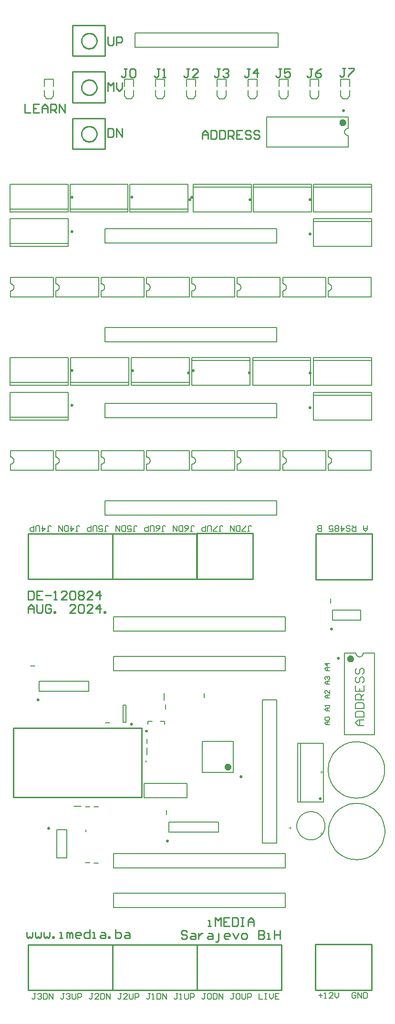
<source format=gto>
%FSDAX24Y24*%
%MOIN*%
%SFA1B1*%

%IPPOS*%
%ADD22C,0.010000*%
%ADD54C,0.023600*%
%ADD55C,0.009800*%
%ADD56C,0.007900*%
%ADD57C,0.001000*%
%ADD58C,0.008000*%
%LNde-120824-1*%
%LPD*%
G54D22*
X016232Y073850D02*
D01*
X016230Y073887*
X016226Y073924*
X016220Y073960*
X016211Y073996*
X016199Y074031*
X016186Y074066*
X016169Y074099*
X016151Y074131*
X016130Y074162*
X016107Y074191*
X016082Y074219*
X016055Y074245*
X016027Y074269*
X015997Y074291*
X015966Y074310*
X015933Y074328*
X015899Y074343*
X015864Y074355*
X015828Y074366*
X015792Y074373*
X015755Y074379*
X015718Y074381*
X015681*
X015644Y074379*
X015607Y074373*
X015571Y074366*
X015535Y074355*
X015500Y074343*
X015466Y074328*
X015434Y074310*
X015402Y074291*
X015372Y074269*
X015344Y074245*
X015317Y074219*
X015292Y074191*
X015269Y074162*
X015248Y074131*
X015230Y074099*
X015213Y074066*
X015200Y074031*
X015188Y073996*
X015179Y073960*
X015173Y073924*
X015169Y073887*
X015168Y073850*
X015169Y073812*
X015173Y073775*
X015179Y073739*
X015188Y073703*
X015200Y073668*
X015213Y073633*
X015230Y073600*
X015248Y073568*
X015269Y073537*
X015292Y073508*
X015317Y073480*
X015344Y073454*
X015372Y073430*
X015402Y073408*
X015434Y073389*
X015466Y073371*
X015500Y073356*
X015535Y073344*
X015571Y073333*
X015607Y073326*
X015644Y073320*
X015681Y073318*
X015718*
X015755Y073320*
X015792Y073326*
X015828Y073333*
X015864Y073344*
X015899Y073356*
X015933Y073371*
X015966Y073389*
X015997Y073408*
X016027Y073430*
X016055Y073454*
X016082Y073480*
X016107Y073508*
X016130Y073537*
X016151Y073568*
X016169Y073600*
X016186Y073633*
X016199Y073668*
X016211Y073703*
X016220Y073739*
X016226Y073775*
X016230Y073812*
X016232Y073850*
Y077100D02*
D01*
X016230Y077137*
X016226Y077174*
X016220Y077210*
X016211Y077246*
X016199Y077281*
X016186Y077316*
X016169Y077349*
X016151Y077381*
X016130Y077412*
X016107Y077441*
X016082Y077469*
X016055Y077495*
X016027Y077519*
X015997Y077541*
X015966Y077560*
X015933Y077578*
X015899Y077593*
X015864Y077605*
X015828Y077616*
X015792Y077623*
X015755Y077629*
X015718Y077631*
X015681*
X015644Y077629*
X015607Y077623*
X015571Y077616*
X015535Y077605*
X015500Y077593*
X015466Y077578*
X015434Y077560*
X015402Y077541*
X015372Y077519*
X015344Y077495*
X015317Y077469*
X015292Y077441*
X015269Y077412*
X015248Y077381*
X015230Y077349*
X015213Y077316*
X015200Y077281*
X015188Y077246*
X015179Y077210*
X015173Y077174*
X015169Y077137*
X015168Y077100*
X015169Y077062*
X015173Y077025*
X015179Y076989*
X015188Y076953*
X015200Y076918*
X015213Y076883*
X015230Y076850*
X015248Y076818*
X015269Y076787*
X015292Y076758*
X015317Y076730*
X015344Y076704*
X015372Y076680*
X015402Y076658*
X015434Y076639*
X015466Y076621*
X015500Y076606*
X015535Y076594*
X015571Y076583*
X015607Y076576*
X015644Y076570*
X015681Y076568*
X015718*
X015755Y076570*
X015792Y076576*
X015828Y076583*
X015864Y076594*
X015899Y076606*
X015933Y076621*
X015966Y076639*
X015997Y076658*
X016027Y076680*
X016055Y076704*
X016082Y076730*
X016107Y076758*
X016130Y076787*
X016151Y076818*
X016169Y076850*
X016186Y076883*
X016199Y076918*
X016211Y076953*
X016220Y076989*
X016226Y077025*
X016230Y077062*
X016232Y077100*
Y070600D02*
D01*
X016230Y070637*
X016226Y070674*
X016220Y070710*
X016211Y070746*
X016199Y070781*
X016186Y070816*
X016169Y070849*
X016151Y070881*
X016130Y070912*
X016107Y070941*
X016082Y070969*
X016055Y070995*
X016027Y071019*
X015997Y071041*
X015966Y071060*
X015933Y071078*
X015899Y071093*
X015864Y071105*
X015828Y071116*
X015792Y071123*
X015755Y071129*
X015718Y071131*
X015681*
X015644Y071129*
X015607Y071123*
X015571Y071116*
X015535Y071105*
X015500Y071093*
X015466Y071078*
X015434Y071060*
X015402Y071041*
X015372Y071019*
X015344Y070995*
X015317Y070969*
X015292Y070941*
X015269Y070912*
X015248Y070881*
X015230Y070849*
X015213Y070816*
X015200Y070781*
X015188Y070746*
X015179Y070710*
X015173Y070674*
X015169Y070637*
X015168Y070600*
X015169Y070562*
X015173Y070525*
X015179Y070489*
X015188Y070453*
X015200Y070418*
X015213Y070383*
X015230Y070350*
X015248Y070318*
X015269Y070287*
X015292Y070258*
X015317Y070230*
X015344Y070204*
X015372Y070180*
X015402Y070158*
X015434Y070139*
X015466Y070121*
X015500Y070106*
X015535Y070094*
X015571Y070083*
X015607Y070076*
X015644Y070070*
X015681Y070068*
X015718*
X015755Y070070*
X015792Y070076*
X015828Y070083*
X015864Y070094*
X015899Y070106*
X015933Y070121*
X015966Y070139*
X015997Y070158*
X016027Y070180*
X016055Y070204*
X016082Y070230*
X016107Y070258*
X016130Y070287*
X016151Y070318*
X016169Y070350*
X016186Y070383*
X016199Y070418*
X016211Y070453*
X016220Y070489*
X016226Y070525*
X016230Y070562*
X016232Y070600*
X010412Y029121D02*
X019388D01*
X010412Y024279D02*
Y029121D01*
X019388Y024279D02*
Y029121D01*
X010412Y024279D02*
X019388D01*
X031532Y039475D02*
X035468D01*
Y042675*
X031532Y039475D02*
Y042675D01*
X035468*
X023247Y010825D02*
X029153D01*
X023247Y013975D02*
X029153D01*
X023247Y010825D02*
Y013975D01*
X029153Y010825D02*
Y013975D01*
X017347Y010825D02*
X023253D01*
X017347Y013975D02*
X023253D01*
X017347Y010825D02*
Y013975D01*
X023253Y010825D02*
Y013975D01*
X011447Y010825D02*
X017353D01*
X011447Y013975D02*
X017353D01*
X011447Y010825D02*
Y013975D01*
X017353Y010825D02*
Y013975D01*
X011447Y042675D02*
X017353D01*
X011447Y039525D02*
X017353D01*
Y042675*
X011447Y039525D02*
Y042675D01*
X031516Y014025D02*
X035453D01*
X031516Y010825D02*
Y014025D01*
X035453Y010825D02*
Y014025D01*
X031516Y010825D02*
X035453D01*
X017347Y042675D02*
X023253D01*
X017347Y039525D02*
X023253D01*
Y042675*
X017347Y039525D02*
Y042675D01*
X023216Y042725D02*
X027153D01*
X023216Y039525D02*
Y042725D01*
X027153Y039525D02*
Y042725D01*
X023216Y039525D02*
X027153D01*
X016800Y072800D02*
Y074950D01*
X014550D02*
X016800D01*
X014550Y072800D02*
Y074950D01*
Y072800D02*
X016800D01*
Y076050D02*
Y078200D01*
X014550D02*
X016800D01*
X014550Y076050D02*
Y078200D01*
Y076050D02*
X016800D01*
Y069550D02*
Y071700D01*
X014550D02*
X016800D01*
X014550Y069550D02*
Y071700D01*
Y069550D02*
X016800D01*
X023600Y070250D02*
Y070650D01*
X023800Y070850*
X024000Y070650*
Y070250*
Y070550*
X023600*
X024200Y070850D02*
Y070250D01*
X024500*
X024600Y070350*
Y070750*
X024500Y070850*
X024200*
X024800D02*
Y070250D01*
X025100*
X025199Y070350*
Y070750*
X025100Y070850*
X024800*
X025399Y070250D02*
Y070850D01*
X025699*
X025799Y070750*
Y070550*
X025699Y070450*
X025399*
X025599D02*
X025799Y070250D01*
X026399Y070850D02*
X025999D01*
Y070250*
X026399*
X025999Y070550D02*
X026199D01*
X026999Y070750D02*
X026899Y070850D01*
X026699*
X026599Y070750*
Y070650*
X026699Y070550*
X026899*
X026999Y070450*
Y070350*
X026899Y070250*
X026699*
X026599Y070350*
X027599Y070750D02*
X027499Y070850D01*
X027299*
X027199Y070750*
Y070650*
X027299Y070550*
X027499*
X027599Y070450*
Y070350*
X027499Y070250*
X027299*
X027199Y070350*
X017000Y073600D02*
Y074200D01*
X017200Y074000*
X017400Y074200*
Y073600*
X017600Y074200D02*
Y073800D01*
X017800Y073600*
X018000Y073800*
Y074200*
X017000Y077400D02*
Y076900D01*
X017100Y076800*
X017300*
X017400Y076900*
Y077400*
X017600Y076800D02*
Y077400D01*
X017900*
X018000Y077300*
Y077100*
X017900Y077000*
X017600*
X017000Y071000D02*
Y070400D01*
X017300*
X017400Y070500*
Y070900*
X017300Y071000*
X017000*
X017600Y070400D02*
Y071000D01*
X018000Y070400*
Y071000*
X011200Y072700D02*
Y072100D01*
X011600*
X012200Y072700D02*
X011800D01*
Y072100*
X012200*
X011800Y072400D02*
X012000D01*
X012400Y072100D02*
Y072500D01*
X012600Y072700*
X012799Y072500*
Y072100*
Y072400*
X012400*
X012999Y072100D02*
Y072700D01*
X013299*
X013399Y072600*
Y072400*
X013299Y072300*
X012999*
X013199D02*
X013399Y072100D01*
X013599D02*
Y072700D01*
X013999Y072100*
Y072700*
X018350Y075150D02*
X018150D01*
X018250*
Y074650*
X018150Y074550*
X018050*
X017950Y074650*
X018550Y075050D02*
X018650Y075150D01*
X018850*
X018950Y075050*
Y074650*
X018850Y074550*
X018650*
X018550Y074650*
Y075050*
X020650Y075150D02*
X020450D01*
X020550*
Y074650*
X020450Y074550*
X020350*
X020250Y074650*
X020850Y074550D02*
X021050D01*
X020950*
Y075150*
X020850Y075050*
X022700Y075150D02*
X022500D01*
X022600*
Y074650*
X022500Y074550*
X022400*
X022300Y074650*
X023300Y074550D02*
X022900D01*
X023300Y074950*
Y075050*
X023200Y075150*
X023000*
X022900Y075050*
X024850Y075150D02*
X024650D01*
X024750*
Y074650*
X024650Y074550*
X024550*
X024450Y074650*
X025050Y075050D02*
X025150Y075150D01*
X025350*
X025450Y075050*
Y074950*
X025350Y074850*
X025250*
X025350*
X025450Y074750*
Y074650*
X025350Y074550*
X025150*
X025050Y074650*
X026950Y075150D02*
X026750D01*
X026850*
Y074650*
X026750Y074550*
X026650*
X026550Y074650*
X027450Y074550D02*
Y075150D01*
X027150Y074850*
X027550*
X029150Y075150D02*
X028950D01*
X029050*
Y074650*
X028950Y074550*
X028850*
X028750Y074650*
X029750Y075150D02*
X029350D01*
Y074850*
X029550Y074950*
X029650*
X029750Y074850*
Y074650*
X029650Y074550*
X029450*
X029350Y074650*
X031300Y075150D02*
X031100D01*
X031200*
Y074650*
X031100Y074550*
X031000*
X030900Y074650*
X031900Y075150D02*
X031700Y075050D01*
X031500Y074850*
Y074650*
X031600Y074550*
X031800*
X031900Y074650*
Y074750*
X031800Y074850*
X031500*
X033600Y075200D02*
X033400D01*
X033500*
Y074700*
X033400Y074600*
X033300*
X033200Y074700*
X033800Y075200D02*
X034200D01*
Y075100*
X033800Y074700*
Y074600*
X024000Y015300D02*
X024200D01*
X024100*
Y015700*
X024000*
X024500Y015300D02*
Y015900D01*
X024700Y015700*
X024900Y015900*
Y015300*
X025500Y015900D02*
X025100D01*
Y015300*
X025500*
X025100Y015600D02*
X025300D01*
X025699Y015900D02*
Y015300D01*
X025999*
X026099Y015400*
Y015800*
X025999Y015900*
X025699*
X026299D02*
X026499D01*
X026399*
Y015300*
X026299*
X026499*
X026799D02*
Y015700D01*
X026999Y015900*
X027199Y015700*
Y015300*
Y015600*
X026799*
X011350Y014850D02*
Y014550D01*
X011450Y014450*
X011550Y014550*
X011650Y014450*
X011750Y014550*
Y014850*
X011950D02*
Y014550D01*
X012050Y014450*
X012150Y014550*
X012250Y014450*
X012350Y014550*
Y014850*
X012550D02*
Y014550D01*
X012650Y014450*
X012750Y014550*
X012850Y014450*
X012949Y014550*
Y014850*
X013149Y014450D02*
Y014550D01*
X013249*
Y014450*
X013149*
X013649D02*
X013849D01*
X013749*
Y014850*
X013649*
X014149Y014450D02*
Y014850D01*
X014249*
X014349Y014750*
Y014450*
Y014750*
X014449Y014850*
X014549Y014750*
Y014450*
X015049D02*
X014849D01*
X014749Y014550*
Y014750*
X014849Y014850*
X015049*
X015149Y014750*
Y014650*
X014749*
X015749Y015050D02*
Y014450D01*
X015449*
X015349Y014550*
Y014750*
X015449Y014850*
X015749*
X015949Y014450D02*
X016148D01*
X016048*
Y014850*
X015949*
X016548D02*
X016748D01*
X016848Y014750*
Y014450*
X016548*
X016448Y014550*
X016548Y014650*
X016848*
X017048Y014450D02*
Y014550D01*
X017148*
Y014450*
X017048*
X017548Y015050D02*
Y014450D01*
X017848*
X017948Y014550*
Y014650*
Y014750*
X017848Y014850*
X017548*
X018248D02*
X018448D01*
X018548Y014750*
Y014450*
X018248*
X018148Y014550*
X018248Y014650*
X018548*
X011450Y038700D02*
Y038100D01*
X011750*
X011850Y038200*
Y038600*
X011750Y038700*
X011450*
X012450D02*
X012050D01*
Y038100*
X012450*
X012050Y038400D02*
X012250D01*
X012650D02*
X013049D01*
X013249Y038100D02*
X013449D01*
X013349*
Y038700*
X013249Y038600*
X014149Y038100D02*
X013749D01*
X014149Y038500*
Y038600*
X014049Y038700*
X013849*
X013749Y038600*
X014349D02*
X014449Y038700D01*
X014649*
X014749Y038600*
Y038200*
X014649Y038100*
X014449*
X014349Y038200*
Y038600*
X014949D02*
X015049Y038700D01*
X015249*
X015349Y038600*
Y038500*
X015249Y038400*
X015349Y038300*
Y038200*
X015249Y038100*
X015049*
X014949Y038200*
Y038300*
X015049Y038400*
X014949Y038500*
Y038600*
X015049Y038400D02*
X015249D01*
X015949Y038100D02*
X015549D01*
X015949Y038500*
Y038600*
X015849Y038700*
X015649*
X015549Y038600*
X016448Y038100D02*
Y038700D01*
X016148Y038400*
X016548*
X011450Y037150D02*
Y037550D01*
X011650Y037750*
X011850Y037550*
Y037150*
Y037450*
X011450*
X012050Y037750D02*
Y037250D01*
X012150Y037150*
X012350*
X012450Y037250*
Y037750*
X013049Y037650D02*
X012950Y037750D01*
X012750*
X012650Y037650*
Y037250*
X012750Y037150*
X012950*
X013049Y037250*
Y037450*
X012850*
X013249Y037150D02*
Y037250D01*
X013349*
Y037150*
X013249*
X014749D02*
X014349D01*
X014749Y037550*
Y037650*
X014649Y037750*
X014449*
X014349Y037650*
X014949D02*
X015049Y037750D01*
X015249*
X015349Y037650*
Y037250*
X015249Y037150*
X015049*
X014949Y037250*
Y037650*
X015949Y037150D02*
X015549D01*
X015949Y037550*
Y037650*
X015849Y037750*
X015649*
X015549Y037650*
X016448Y037150D02*
Y037750D01*
X016148Y037450*
X016548*
X016748Y037150D02*
Y037250D01*
X016848*
Y037150*
X016748*
X022550Y014900D02*
X022450Y015000D01*
X022250*
X022150Y014900*
Y014800*
X022250Y014700*
X022450*
X022550Y014600*
Y014500*
X022450Y014400*
X022250*
X022150Y014500*
X022850Y014800D02*
X023050D01*
X023150Y014700*
Y014400*
X022850*
X022750Y014500*
X022850Y014600*
X023150*
X023350Y014800D02*
Y014400D01*
Y014600*
X023450Y014700*
X023550Y014800*
X023650*
X024049D02*
X024249D01*
X024349Y014700*
Y014400*
X024049*
X023949Y014500*
X024049Y014600*
X024349*
X024549Y014200D02*
X024649D01*
X024749Y014300*
Y014800*
X025449Y014400D02*
X025249D01*
X025149Y014500*
Y014700*
X025249Y014800*
X025449*
X025549Y014700*
Y014600*
X025149*
X025749Y014800D02*
X025949Y014400D01*
X026149Y014800*
X026449Y014400D02*
X026649D01*
X026749Y014500*
Y014700*
X026649Y014800*
X026449*
X026349Y014700*
Y014500*
X026449Y014400*
X027548Y015000D02*
Y014400D01*
X027848*
X027948Y014500*
Y014600*
X027848Y014700*
X027548*
X027848*
X027948Y014800*
Y014900*
X027848Y015000*
X027548*
X028148Y014400D02*
X028348D01*
X028248*
Y014800*
X028148*
X028648Y015000D02*
Y014400D01*
Y014700*
X029048*
Y015000*
Y014400*
G54D54*
X033529Y071400D02*
D01*
X033528Y071408*
X033527Y071416*
X033526Y071424*
X033524Y071432*
X033521Y071440*
X033518Y071447*
X033515Y071455*
X033511Y071462*
X033506Y071469*
X033501Y071475*
X033495Y071481*
X033489Y071487*
X033483Y071492*
X033476Y071497*
X033470Y071502*
X033462Y071506*
X033455Y071509*
X033447Y071512*
X033439Y071514*
X033431Y071516*
X033423Y071517*
X033415Y071517*
X033406*
X033398Y071517*
X033390Y071516*
X033382Y071514*
X033374Y071512*
X033366Y071509*
X033359Y071506*
X033352Y071502*
X033345Y071497*
X033338Y071492*
X033332Y071487*
X033326Y071481*
X033320Y071475*
X033315Y071469*
X033310Y071462*
X033306Y071455*
X033303Y071447*
X033300Y071440*
X033297Y071432*
X033295Y071424*
X033294Y071416*
X033293Y071408*
X033293Y071400*
X033293Y071391*
X033294Y071383*
X033295Y071375*
X033297Y071367*
X033300Y071359*
X033303Y071352*
X033306Y071344*
X033310Y071337*
X033315Y071330*
X033320Y071324*
X033326Y071318*
X033332Y071312*
X033338Y071307*
X033345Y071302*
X033352Y071297*
X033359Y071293*
X033366Y071290*
X033374Y071287*
X033382Y071285*
X033390Y071283*
X033398Y071282*
X033406Y071282*
X033415*
X033423Y071282*
X033431Y071283*
X033439Y071285*
X033447Y071287*
X033455Y071290*
X033462Y071293*
X033470Y071297*
X033476Y071302*
X033483Y071307*
X033489Y071312*
X033495Y071318*
X033501Y071324*
X033506Y071330*
X033511Y071337*
X033515Y071344*
X033518Y071352*
X033521Y071359*
X033524Y071367*
X033526Y071375*
X033527Y071383*
X033528Y071391*
X033529Y071400*
X034069Y033961D02*
D01*
X034068Y033969*
X034067Y033977*
X034066Y033985*
X034064Y033993*
X034061Y034001*
X034058Y034008*
X034055Y034016*
X034051Y034023*
X034046Y034030*
X034041Y034036*
X034035Y034042*
X034029Y034048*
X034023Y034053*
X034016Y034058*
X034010Y034063*
X034002Y034067*
X033995Y034070*
X033987Y034073*
X033979Y034075*
X033971Y034077*
X033963Y034078*
X033955Y034078*
X033946*
X033938Y034078*
X033930Y034077*
X033922Y034075*
X033914Y034073*
X033906Y034070*
X033899Y034067*
X033892Y034063*
X033885Y034058*
X033878Y034053*
X033872Y034048*
X033866Y034042*
X033860Y034036*
X033855Y034030*
X033850Y034023*
X033846Y034016*
X033843Y034008*
X033840Y034001*
X033837Y033993*
X033835Y033985*
X033834Y033977*
X033833Y033969*
X033833Y033961*
X033833Y033952*
X033834Y033944*
X033835Y033936*
X033837Y033928*
X033840Y033920*
X033843Y033913*
X033846Y033905*
X033850Y033898*
X033855Y033891*
X033860Y033885*
X033866Y033879*
X033872Y033873*
X033878Y033868*
X033885Y033863*
X033892Y033858*
X033899Y033854*
X033906Y033851*
X033914Y033848*
X033922Y033846*
X033930Y033844*
X033938Y033843*
X033946Y033843*
X033955*
X033963Y033843*
X033971Y033844*
X033979Y033846*
X033987Y033848*
X033995Y033851*
X034002Y033854*
X034010Y033858*
X034016Y033863*
X034023Y033868*
X034029Y033873*
X034035Y033879*
X034041Y033885*
X034046Y033891*
X034051Y033898*
X034055Y033905*
X034058Y033913*
X034061Y033920*
X034064Y033928*
X034066Y033936*
X034067Y033944*
X034068Y033952*
X034069Y033961*
X025507Y026411D02*
D01*
X025506Y026419*
X025505Y026427*
X025504Y026435*
X025502Y026443*
X025499Y026451*
X025496Y026458*
X025493Y026466*
X025489Y026473*
X025484Y026480*
X025479Y026486*
X025473Y026492*
X025467Y026498*
X025461Y026503*
X025454Y026508*
X025448Y026513*
X025440Y026517*
X025433Y026520*
X025425Y026523*
X025417Y026525*
X025409Y026527*
X025401Y026528*
X025393Y026528*
X025384*
X025376Y026528*
X025368Y026527*
X025360Y026525*
X025352Y026523*
X025344Y026520*
X025337Y026517*
X025330Y026513*
X025323Y026508*
X025316Y026503*
X025310Y026498*
X025304Y026492*
X025298Y026486*
X025293Y026480*
X025288Y026473*
X025284Y026466*
X025281Y026458*
X025278Y026451*
X025275Y026443*
X025273Y026435*
X025272Y026427*
X025271Y026419*
X025271Y026411*
X025271Y026402*
X025272Y026394*
X025273Y026386*
X025275Y026378*
X025278Y026370*
X025281Y026363*
X025284Y026355*
X025288Y026348*
X025293Y026341*
X025298Y026335*
X025304Y026329*
X025310Y026323*
X025316Y026318*
X025323Y026313*
X025330Y026308*
X025337Y026304*
X025344Y026301*
X025352Y026298*
X025360Y026296*
X025368Y026294*
X025376Y026293*
X025384Y026293*
X025393*
X025401Y026293*
X025409Y026294*
X025417Y026296*
X025425Y026298*
X025433Y026301*
X025440Y026304*
X025448Y026308*
X025454Y026313*
X025461Y026318*
X025467Y026323*
X025473Y026329*
X025479Y026335*
X025484Y026341*
X025489Y026348*
X025493Y026355*
X025496Y026363*
X025499Y026370*
X025502Y026378*
X025504Y026386*
X025505Y026394*
X025506Y026402*
X025507Y026411*
G54D55*
X033511Y072250D02*
D01*
X033510Y072253*
X033510Y072256*
X033509Y072260*
X033509Y072263*
X033508Y072266*
X033506Y072269*
X033505Y072273*
X033503Y072275*
X033501Y072278*
X033499Y072281*
X033497Y072284*
X033494Y072286*
X033492Y072288*
X033489Y072290*
X033486Y072292*
X033483Y072294*
X033480Y072295*
X033477Y072296*
X033473Y072297*
X033470Y072298*
X033467Y072298*
X033463Y072298*
X033460*
X033456Y072298*
X033453Y072298*
X033450Y072297*
X033446Y072296*
X033443Y072295*
X033440Y072294*
X033437Y072292*
X033434Y072290*
X033431Y072288*
X033429Y072286*
X033426Y072284*
X033424Y072281*
X033422Y072278*
X033420Y072275*
X033418Y072273*
X033417Y072269*
X033415Y072266*
X033414Y072263*
X033414Y072260*
X033413Y072256*
X033413Y072253*
X033413Y072250*
X033413Y072246*
X033413Y072243*
X033414Y072239*
X033414Y072236*
X033415Y072233*
X033417Y072230*
X033418Y072226*
X033420Y072224*
X033422Y072221*
X033424Y072218*
X033426Y072215*
X033429Y072213*
X033431Y072211*
X033434Y072209*
X033437Y072207*
X033440Y072205*
X033443Y072204*
X033446Y072203*
X033450Y072202*
X033453Y072201*
X033456Y072201*
X033460Y072201*
X033463*
X033467Y072201*
X033470Y072201*
X033473Y072202*
X033477Y072203*
X033480Y072204*
X033483Y072205*
X033486Y072207*
X033489Y072209*
X033492Y072211*
X033494Y072213*
X033497Y072215*
X033499Y072218*
X033501Y072221*
X033503Y072224*
X033505Y072226*
X033506Y072230*
X033508Y072233*
X033509Y072236*
X033509Y072239*
X033510Y072243*
X033510Y072246*
X033511Y072250*
X021215Y021255D02*
D01*
X021214Y021258*
X021214Y021261*
X021213Y021265*
X021213Y021268*
X021212Y021271*
X021210Y021274*
X021209Y021278*
X021207Y021280*
X021205Y021283*
X021203Y021286*
X021201Y021289*
X021198Y021291*
X021196Y021293*
X021193Y021295*
X021190Y021297*
X021187Y021299*
X021184Y021300*
X021181Y021301*
X021177Y021302*
X021174Y021303*
X021171Y021303*
X021167Y021303*
X021164*
X021160Y021303*
X021157Y021303*
X021154Y021302*
X021150Y021301*
X021147Y021300*
X021144Y021299*
X021141Y021297*
X021138Y021295*
X021135Y021293*
X021133Y021291*
X021130Y021289*
X021128Y021286*
X021126Y021283*
X021124Y021280*
X021122Y021278*
X021121Y021274*
X021119Y021271*
X021118Y021268*
X021118Y021265*
X021117Y021261*
X021117Y021258*
X021117Y021255*
X021117Y021251*
X021117Y021248*
X021118Y021244*
X021118Y021241*
X021119Y021238*
X021121Y021235*
X021122Y021231*
X021124Y021229*
X021126Y021226*
X021128Y021223*
X021130Y021220*
X021133Y021218*
X021135Y021216*
X021138Y021214*
X021141Y021212*
X021144Y021210*
X021147Y021209*
X021150Y021208*
X021154Y021207*
X021157Y021206*
X021160Y021206*
X021164Y021206*
X021167*
X021171Y021206*
X021174Y021206*
X021177Y021207*
X021181Y021208*
X021184Y021209*
X021187Y021210*
X021190Y021212*
X021193Y021214*
X021196Y021216*
X021198Y021218*
X021201Y021220*
X021203Y021223*
X021205Y021226*
X021207Y021229*
X021209Y021231*
X021210Y021235*
X021212Y021238*
X021213Y021241*
X021213Y021244*
X021214Y021248*
X021214Y021251*
X021215Y021255*
X014533Y063800D02*
D01*
X014532Y063803*
X014532Y063806*
X014531Y063810*
X014531Y063813*
X014530Y063816*
X014528Y063819*
X014527Y063823*
X014525Y063825*
X014523Y063828*
X014521Y063831*
X014519Y063834*
X014516Y063836*
X014514Y063838*
X014511Y063840*
X014508Y063842*
X014505Y063844*
X014502Y063845*
X014499Y063846*
X014495Y063847*
X014492Y063848*
X014489Y063848*
X014485Y063848*
X014482*
X014478Y063848*
X014475Y063848*
X014472Y063847*
X014468Y063846*
X014465Y063845*
X014462Y063844*
X014459Y063842*
X014456Y063840*
X014453Y063838*
X014451Y063836*
X014448Y063834*
X014446Y063831*
X014444Y063828*
X014442Y063825*
X014440Y063823*
X014439Y063819*
X014437Y063816*
X014436Y063813*
X014436Y063810*
X014435Y063806*
X014435Y063803*
X014435Y063800*
X014435Y063796*
X014435Y063793*
X014436Y063789*
X014436Y063786*
X014437Y063783*
X014439Y063780*
X014440Y063776*
X014442Y063774*
X014444Y063771*
X014446Y063768*
X014448Y063765*
X014451Y063763*
X014453Y063761*
X014456Y063759*
X014459Y063757*
X014462Y063755*
X014465Y063754*
X014468Y063753*
X014472Y063752*
X014475Y063751*
X014478Y063751*
X014482Y063751*
X014485*
X014489Y063751*
X014492Y063751*
X014495Y063752*
X014499Y063753*
X014502Y063754*
X014505Y063755*
X014508Y063757*
X014511Y063759*
X014514Y063761*
X014516Y063763*
X014519Y063765*
X014521Y063768*
X014523Y063771*
X014525Y063774*
X014527Y063776*
X014528Y063780*
X014530Y063783*
X014531Y063786*
X014531Y063789*
X014532Y063793*
X014532Y063796*
X014533Y063800*
Y051669D02*
D01*
X014532Y051672*
X014532Y051675*
X014531Y051679*
X014531Y051682*
X014530Y051685*
X014528Y051688*
X014527Y051692*
X014525Y051694*
X014523Y051697*
X014521Y051700*
X014519Y051703*
X014516Y051705*
X014514Y051707*
X014511Y051709*
X014508Y051711*
X014505Y051713*
X014502Y051714*
X014499Y051715*
X014495Y051716*
X014492Y051717*
X014489Y051717*
X014485Y051717*
X014482*
X014478Y051717*
X014475Y051717*
X014472Y051716*
X014468Y051715*
X014465Y051714*
X014462Y051713*
X014459Y051711*
X014456Y051709*
X014453Y051707*
X014451Y051705*
X014448Y051703*
X014446Y051700*
X014444Y051697*
X014442Y051694*
X014440Y051692*
X014439Y051688*
X014437Y051685*
X014436Y051682*
X014436Y051679*
X014435Y051675*
X014435Y051672*
X014435Y051669*
X014435Y051665*
X014435Y051662*
X014436Y051658*
X014436Y051655*
X014437Y051652*
X014439Y051649*
X014440Y051645*
X014442Y051643*
X014444Y051640*
X014446Y051637*
X014448Y051634*
X014451Y051632*
X014453Y051630*
X014456Y051628*
X014459Y051626*
X014462Y051624*
X014465Y051623*
X014468Y051622*
X014472Y051621*
X014475Y051620*
X014478Y051620*
X014482Y051620*
X014485*
X014489Y051620*
X014492Y051620*
X014495Y051621*
X014499Y051622*
X014502Y051623*
X014505Y051624*
X014508Y051626*
X014511Y051628*
X014514Y051630*
X014516Y051632*
X014519Y051634*
X014521Y051637*
X014523Y051640*
X014525Y051643*
X014527Y051645*
X014528Y051649*
X014530Y051652*
X014531Y051655*
X014531Y051658*
X014532Y051662*
X014532Y051665*
X014533Y051669*
Y066200D02*
D01*
X014532Y066203*
X014532Y066206*
X014531Y066210*
X014531Y066213*
X014530Y066216*
X014528Y066219*
X014527Y066223*
X014525Y066225*
X014523Y066228*
X014521Y066231*
X014519Y066234*
X014516Y066236*
X014514Y066238*
X014511Y066240*
X014508Y066242*
X014505Y066244*
X014502Y066245*
X014499Y066246*
X014495Y066247*
X014492Y066248*
X014489Y066248*
X014485Y066248*
X014482*
X014478Y066248*
X014475Y066248*
X014472Y066247*
X014468Y066246*
X014465Y066245*
X014462Y066244*
X014459Y066242*
X014456Y066240*
X014453Y066238*
X014451Y066236*
X014448Y066234*
X014446Y066231*
X014444Y066228*
X014442Y066225*
X014440Y066223*
X014439Y066219*
X014437Y066216*
X014436Y066213*
X014436Y066210*
X014435Y066206*
X014435Y066203*
X014435Y066200*
X014435Y066196*
X014435Y066193*
X014436Y066189*
X014436Y066186*
X014437Y066183*
X014439Y066180*
X014440Y066176*
X014442Y066174*
X014444Y066171*
X014446Y066168*
X014448Y066165*
X014451Y066163*
X014453Y066161*
X014456Y066159*
X014459Y066157*
X014462Y066155*
X014465Y066154*
X014468Y066153*
X014472Y066152*
X014475Y066151*
X014478Y066151*
X014482Y066151*
X014485*
X014489Y066151*
X014492Y066151*
X014495Y066152*
X014499Y066153*
X014502Y066154*
X014505Y066155*
X014508Y066157*
X014511Y066159*
X014514Y066161*
X014516Y066163*
X014519Y066165*
X014521Y066168*
X014523Y066171*
X014525Y066174*
X014527Y066176*
X014528Y066180*
X014530Y066183*
X014531Y066186*
X014531Y066189*
X014532Y066193*
X014532Y066196*
X014533Y066200*
Y054100D02*
D01*
X014532Y054103*
X014532Y054106*
X014531Y054110*
X014531Y054113*
X014530Y054116*
X014528Y054119*
X014527Y054123*
X014525Y054125*
X014523Y054128*
X014521Y054131*
X014519Y054134*
X014516Y054136*
X014514Y054138*
X014511Y054140*
X014508Y054142*
X014505Y054144*
X014502Y054145*
X014499Y054146*
X014495Y054147*
X014492Y054148*
X014489Y054148*
X014485Y054148*
X014482*
X014478Y054148*
X014475Y054148*
X014472Y054147*
X014468Y054146*
X014465Y054145*
X014462Y054144*
X014459Y054142*
X014456Y054140*
X014453Y054138*
X014451Y054136*
X014448Y054134*
X014446Y054131*
X014444Y054128*
X014442Y054125*
X014440Y054123*
X014439Y054119*
X014437Y054116*
X014436Y054113*
X014436Y054110*
X014435Y054106*
X014435Y054103*
X014435Y054100*
X014435Y054096*
X014435Y054093*
X014436Y054089*
X014436Y054086*
X014437Y054083*
X014439Y054080*
X014440Y054076*
X014442Y054074*
X014444Y054071*
X014446Y054068*
X014448Y054065*
X014451Y054063*
X014453Y054061*
X014456Y054059*
X014459Y054057*
X014462Y054055*
X014465Y054054*
X014468Y054053*
X014472Y054052*
X014475Y054051*
X014478Y054051*
X014482Y054051*
X014485*
X014489Y054051*
X014492Y054051*
X014495Y054052*
X014499Y054053*
X014502Y054054*
X014505Y054055*
X014508Y054057*
X014511Y054059*
X014514Y054061*
X014516Y054063*
X014519Y054065*
X014521Y054068*
X014523Y054071*
X014525Y054074*
X014527Y054076*
X014528Y054080*
X014530Y054083*
X014531Y054086*
X014531Y054089*
X014532Y054093*
X014532Y054096*
X014533Y054100*
X018723Y066200D02*
D01*
X018722Y066203*
X018722Y066206*
X018721Y066210*
X018721Y066213*
X018720Y066216*
X018718Y066219*
X018717Y066223*
X018715Y066225*
X018713Y066228*
X018711Y066231*
X018709Y066234*
X018706Y066236*
X018704Y066238*
X018701Y066240*
X018698Y066242*
X018695Y066244*
X018692Y066245*
X018689Y066246*
X018685Y066247*
X018682Y066248*
X018679Y066248*
X018675Y066248*
X018672*
X018668Y066248*
X018665Y066248*
X018662Y066247*
X018658Y066246*
X018655Y066245*
X018652Y066244*
X018649Y066242*
X018646Y066240*
X018643Y066238*
X018641Y066236*
X018638Y066234*
X018636Y066231*
X018634Y066228*
X018632Y066225*
X018630Y066223*
X018629Y066219*
X018627Y066216*
X018626Y066213*
X018626Y066210*
X018625Y066206*
X018625Y066203*
X018625Y066200*
X018625Y066196*
X018625Y066193*
X018626Y066189*
X018626Y066186*
X018627Y066183*
X018629Y066180*
X018630Y066176*
X018632Y066174*
X018634Y066171*
X018636Y066168*
X018638Y066165*
X018641Y066163*
X018643Y066161*
X018646Y066159*
X018649Y066157*
X018652Y066155*
X018655Y066154*
X018658Y066153*
X018662Y066152*
X018665Y066151*
X018668Y066151*
X018672Y066151*
X018675*
X018679Y066151*
X018682Y066151*
X018685Y066152*
X018689Y066153*
X018692Y066154*
X018695Y066155*
X018698Y066157*
X018701Y066159*
X018704Y066161*
X018706Y066163*
X018709Y066165*
X018711Y066168*
X018713Y066171*
X018715Y066174*
X018717Y066176*
X018718Y066180*
X018720Y066183*
X018721Y066186*
X018721Y066189*
X018722Y066193*
X018722Y066196*
X018723Y066200*
X018773Y054100D02*
D01*
X018772Y054103*
X018772Y054106*
X018771Y054110*
X018771Y054113*
X018770Y054116*
X018768Y054119*
X018767Y054123*
X018765Y054125*
X018763Y054128*
X018761Y054131*
X018759Y054134*
X018756Y054136*
X018754Y054138*
X018751Y054140*
X018748Y054142*
X018745Y054144*
X018742Y054145*
X018739Y054146*
X018735Y054147*
X018732Y054148*
X018729Y054148*
X018725Y054148*
X018722*
X018718Y054148*
X018715Y054148*
X018712Y054147*
X018708Y054146*
X018705Y054145*
X018702Y054144*
X018699Y054142*
X018696Y054140*
X018693Y054138*
X018691Y054136*
X018688Y054134*
X018686Y054131*
X018684Y054128*
X018682Y054125*
X018680Y054123*
X018679Y054119*
X018677Y054116*
X018676Y054113*
X018676Y054110*
X018675Y054106*
X018675Y054103*
X018675Y054100*
X018675Y054096*
X018675Y054093*
X018676Y054089*
X018676Y054086*
X018677Y054083*
X018679Y054080*
X018680Y054076*
X018682Y054074*
X018684Y054071*
X018686Y054068*
X018688Y054065*
X018691Y054063*
X018693Y054061*
X018696Y054059*
X018699Y054057*
X018702Y054055*
X018705Y054054*
X018708Y054053*
X018712Y054052*
X018715Y054051*
X018718Y054051*
X018722Y054051*
X018725*
X018729Y054051*
X018732Y054051*
X018735Y054052*
X018739Y054053*
X018742Y054054*
X018745Y054055*
X018748Y054057*
X018751Y054059*
X018754Y054061*
X018756Y054063*
X018759Y054065*
X018761Y054068*
X018763Y054071*
X018765Y054074*
X018767Y054076*
X018768Y054080*
X018770Y054083*
X018771Y054086*
X018771Y054089*
X018772Y054093*
X018772Y054096*
X018773Y054100*
X022914Y066200D02*
D01*
X022913Y066203*
X022913Y066206*
X022912Y066210*
X022912Y066213*
X022911Y066216*
X022909Y066219*
X022908Y066223*
X022906Y066225*
X022904Y066228*
X022902Y066231*
X022900Y066234*
X022897Y066236*
X022895Y066238*
X022892Y066240*
X022889Y066242*
X022886Y066244*
X022883Y066245*
X022880Y066246*
X022876Y066247*
X022873Y066248*
X022870Y066248*
X022866Y066248*
X022863*
X022859Y066248*
X022856Y066248*
X022853Y066247*
X022849Y066246*
X022846Y066245*
X022843Y066244*
X022840Y066242*
X022837Y066240*
X022834Y066238*
X022832Y066236*
X022829Y066234*
X022827Y066231*
X022825Y066228*
X022823Y066225*
X022821Y066223*
X022820Y066219*
X022818Y066216*
X022817Y066213*
X022817Y066210*
X022816Y066206*
X022816Y066203*
X022816Y066200*
X022816Y066196*
X022816Y066193*
X022817Y066189*
X022817Y066186*
X022818Y066183*
X022820Y066180*
X022821Y066176*
X022823Y066174*
X022825Y066171*
X022827Y066168*
X022829Y066165*
X022832Y066163*
X022834Y066161*
X022837Y066159*
X022840Y066157*
X022843Y066155*
X022846Y066154*
X022849Y066153*
X022853Y066152*
X022856Y066151*
X022859Y066151*
X022863Y066151*
X022866*
X022870Y066151*
X022873Y066151*
X022876Y066152*
X022880Y066153*
X022883Y066154*
X022886Y066155*
X022889Y066157*
X022892Y066159*
X022895Y066161*
X022897Y066163*
X022900Y066165*
X022902Y066168*
X022904Y066171*
X022906Y066174*
X022908Y066176*
X022909Y066180*
X022911Y066183*
X022912Y066186*
X022912Y066189*
X022913Y066193*
X022913Y066196*
X022914Y066200*
X023013Y054100D02*
D01*
X023012Y054103*
X023012Y054106*
X023011Y054110*
X023011Y054113*
X023010Y054116*
X023008Y054119*
X023007Y054123*
X023005Y054125*
X023003Y054128*
X023001Y054131*
X022999Y054134*
X022996Y054136*
X022994Y054138*
X022991Y054140*
X022988Y054142*
X022985Y054144*
X022982Y054145*
X022979Y054146*
X022975Y054147*
X022972Y054148*
X022969Y054148*
X022965Y054148*
X022962*
X022958Y054148*
X022955Y054148*
X022952Y054147*
X022948Y054146*
X022945Y054145*
X022942Y054144*
X022939Y054142*
X022936Y054140*
X022933Y054138*
X022931Y054136*
X022928Y054134*
X022926Y054131*
X022924Y054128*
X022922Y054125*
X022920Y054123*
X022919Y054119*
X022917Y054116*
X022916Y054113*
X022916Y054110*
X022915Y054106*
X022915Y054103*
X022915Y054100*
X022915Y054096*
X022915Y054093*
X022916Y054089*
X022916Y054086*
X022917Y054083*
X022919Y054080*
X022920Y054076*
X022922Y054074*
X022924Y054071*
X022926Y054068*
X022928Y054065*
X022931Y054063*
X022933Y054061*
X022936Y054059*
X022939Y054057*
X022942Y054055*
X022945Y054054*
X022948Y054053*
X022952Y054052*
X022955Y054051*
X022958Y054051*
X022962Y054051*
X022965*
X022969Y054051*
X022972Y054051*
X022975Y054052*
X022979Y054053*
X022982Y054054*
X022985Y054055*
X022988Y054057*
X022991Y054059*
X022994Y054061*
X022996Y054063*
X022999Y054065*
X023001Y054068*
X023003Y054071*
X023005Y054074*
X023007Y054076*
X023008Y054080*
X023010Y054083*
X023011Y054086*
X023011Y054089*
X023012Y054093*
X023012Y054096*
X023013Y054100*
X022784Y066031D02*
D01*
X022783Y066034*
X022783Y066037*
X022782Y066041*
X022782Y066044*
X022781Y066047*
X022779Y066050*
X022778Y066054*
X022776Y066056*
X022774Y066059*
X022772Y066062*
X022770Y066065*
X022767Y066067*
X022765Y066069*
X022762Y066071*
X022759Y066073*
X022756Y066075*
X022753Y066076*
X022750Y066077*
X022746Y066078*
X022743Y066079*
X022740Y066079*
X022736Y066079*
X022733*
X022729Y066079*
X022726Y066079*
X022723Y066078*
X022719Y066077*
X022716Y066076*
X022713Y066075*
X022710Y066073*
X022707Y066071*
X022704Y066069*
X022702Y066067*
X022699Y066065*
X022697Y066062*
X022695Y066059*
X022693Y066056*
X022691Y066054*
X022690Y066050*
X022688Y066047*
X022687Y066044*
X022687Y066041*
X022686Y066037*
X022686Y066034*
X022686Y066031*
X022686Y066027*
X022686Y066024*
X022687Y066020*
X022687Y066017*
X022688Y066014*
X022690Y066011*
X022691Y066007*
X022693Y066005*
X022695Y066002*
X022697Y065999*
X022699Y065996*
X022702Y065994*
X022704Y065992*
X022707Y065990*
X022710Y065988*
X022713Y065986*
X022716Y065985*
X022719Y065984*
X022723Y065983*
X022726Y065982*
X022729Y065982*
X022733Y065982*
X022736*
X022740Y065982*
X022743Y065982*
X022746Y065983*
X022750Y065984*
X022753Y065985*
X022756Y065986*
X022759Y065988*
X022762Y065990*
X022765Y065992*
X022767Y065994*
X022770Y065996*
X022772Y065999*
X022774Y066002*
X022776Y066005*
X022778Y066007*
X022779Y066011*
X022781Y066014*
X022782Y066017*
X022782Y066020*
X022783Y066024*
X022783Y066027*
X022784Y066031*
X022686Y053931D02*
D01*
X022685Y053934*
X022685Y053937*
X022684Y053941*
X022684Y053944*
X022683Y053947*
X022681Y053950*
X022680Y053954*
X022678Y053956*
X022676Y053959*
X022674Y053962*
X022672Y053965*
X022669Y053967*
X022667Y053969*
X022664Y053971*
X022661Y053973*
X022658Y053975*
X022655Y053976*
X022652Y053977*
X022648Y053978*
X022645Y053979*
X022642Y053979*
X022638Y053979*
X022635*
X022631Y053979*
X022628Y053979*
X022625Y053978*
X022621Y053977*
X022618Y053976*
X022615Y053975*
X022612Y053973*
X022609Y053971*
X022606Y053969*
X022604Y053967*
X022601Y053965*
X022599Y053962*
X022597Y053959*
X022595Y053956*
X022593Y053954*
X022592Y053950*
X022590Y053947*
X022589Y053944*
X022589Y053941*
X022588Y053937*
X022588Y053934*
X022588Y053931*
X022588Y053927*
X022588Y053924*
X022589Y053920*
X022589Y053917*
X022590Y053914*
X022592Y053911*
X022593Y053907*
X022595Y053905*
X022597Y053902*
X022599Y053899*
X022601Y053896*
X022604Y053894*
X022606Y053892*
X022609Y053890*
X022612Y053888*
X022615Y053886*
X022618Y053885*
X022621Y053884*
X022625Y053883*
X022628Y053882*
X022631Y053882*
X022635Y053882*
X022638*
X022642Y053882*
X022645Y053882*
X022648Y053883*
X022652Y053884*
X022655Y053885*
X022658Y053886*
X022661Y053888*
X022664Y053890*
X022667Y053892*
X022669Y053894*
X022672Y053896*
X022674Y053899*
X022676Y053902*
X022678Y053905*
X022680Y053907*
X022681Y053911*
X022683Y053914*
X022684Y053917*
X022684Y053920*
X022685Y053924*
X022685Y053927*
X022686Y053931*
X026975Y066031D02*
D01*
X026974Y066034*
X026974Y066037*
X026973Y066041*
X026973Y066044*
X026972Y066047*
X026970Y066050*
X026969Y066054*
X026967Y066056*
X026965Y066059*
X026963Y066062*
X026961Y066065*
X026958Y066067*
X026956Y066069*
X026953Y066071*
X026950Y066073*
X026947Y066075*
X026944Y066076*
X026941Y066077*
X026937Y066078*
X026934Y066079*
X026931Y066079*
X026927Y066079*
X026924*
X026920Y066079*
X026917Y066079*
X026914Y066078*
X026910Y066077*
X026907Y066076*
X026904Y066075*
X026901Y066073*
X026898Y066071*
X026895Y066069*
X026893Y066067*
X026890Y066065*
X026888Y066062*
X026886Y066059*
X026884Y066056*
X026882Y066054*
X026881Y066050*
X026879Y066047*
X026878Y066044*
X026878Y066041*
X026877Y066037*
X026877Y066034*
X026877Y066031*
X026877Y066027*
X026877Y066024*
X026878Y066020*
X026878Y066017*
X026879Y066014*
X026881Y066011*
X026882Y066007*
X026884Y066005*
X026886Y066002*
X026888Y065999*
X026890Y065996*
X026893Y065994*
X026895Y065992*
X026898Y065990*
X026901Y065988*
X026904Y065986*
X026907Y065985*
X026910Y065984*
X026914Y065983*
X026917Y065982*
X026920Y065982*
X026924Y065982*
X026927*
X026931Y065982*
X026934Y065982*
X026937Y065983*
X026941Y065984*
X026944Y065985*
X026947Y065986*
X026950Y065988*
X026953Y065990*
X026956Y065992*
X026958Y065994*
X026961Y065996*
X026963Y065999*
X026965Y066002*
X026967Y066005*
X026969Y066007*
X026970Y066011*
X026972Y066014*
X026973Y066017*
X026973Y066020*
X026974Y066024*
X026974Y066027*
X026975Y066031*
X026926Y053931D02*
D01*
X026925Y053934*
X026925Y053937*
X026924Y053941*
X026924Y053944*
X026923Y053947*
X026921Y053950*
X026920Y053954*
X026918Y053956*
X026916Y053959*
X026914Y053962*
X026912Y053965*
X026909Y053967*
X026907Y053969*
X026904Y053971*
X026901Y053973*
X026898Y053975*
X026895Y053976*
X026892Y053977*
X026888Y053978*
X026885Y053979*
X026882Y053979*
X026878Y053979*
X026875*
X026871Y053979*
X026868Y053979*
X026865Y053978*
X026861Y053977*
X026858Y053976*
X026855Y053975*
X026852Y053973*
X026849Y053971*
X026846Y053969*
X026844Y053967*
X026841Y053965*
X026839Y053962*
X026837Y053959*
X026835Y053956*
X026833Y053954*
X026832Y053950*
X026830Y053947*
X026829Y053944*
X026829Y053941*
X026828Y053937*
X026828Y053934*
X026828Y053931*
X026828Y053927*
X026828Y053924*
X026829Y053920*
X026829Y053917*
X026830Y053914*
X026832Y053911*
X026833Y053907*
X026835Y053905*
X026837Y053902*
X026839Y053899*
X026841Y053896*
X026844Y053894*
X026846Y053892*
X026849Y053890*
X026852Y053888*
X026855Y053886*
X026858Y053885*
X026861Y053884*
X026865Y053883*
X026868Y053882*
X026871Y053882*
X026875Y053882*
X026878*
X026882Y053882*
X026885Y053882*
X026888Y053883*
X026892Y053884*
X026895Y053885*
X026898Y053886*
X026901Y053888*
X026904Y053890*
X026907Y053892*
X026909Y053894*
X026912Y053896*
X026914Y053899*
X026916Y053902*
X026918Y053905*
X026920Y053907*
X026921Y053911*
X026923Y053914*
X026924Y053917*
X026924Y053920*
X026925Y053924*
X026925Y053927*
X026926Y053931*
X031166Y066031D02*
D01*
X031165Y066034*
X031165Y066037*
X031164Y066041*
X031164Y066044*
X031163Y066047*
X031161Y066050*
X031160Y066054*
X031158Y066056*
X031156Y066059*
X031154Y066062*
X031152Y066065*
X031149Y066067*
X031147Y066069*
X031144Y066071*
X031141Y066073*
X031138Y066075*
X031135Y066076*
X031132Y066077*
X031128Y066078*
X031125Y066079*
X031122Y066079*
X031118Y066079*
X031115*
X031111Y066079*
X031108Y066079*
X031105Y066078*
X031101Y066077*
X031098Y066076*
X031095Y066075*
X031092Y066073*
X031089Y066071*
X031086Y066069*
X031084Y066067*
X031081Y066065*
X031079Y066062*
X031077Y066059*
X031075Y066056*
X031073Y066054*
X031072Y066050*
X031070Y066047*
X031069Y066044*
X031069Y066041*
X031068Y066037*
X031068Y066034*
X031068Y066031*
X031068Y066027*
X031068Y066024*
X031069Y066020*
X031069Y066017*
X031070Y066014*
X031072Y066011*
X031073Y066007*
X031075Y066005*
X031077Y066002*
X031079Y065999*
X031081Y065996*
X031084Y065994*
X031086Y065992*
X031089Y065990*
X031092Y065988*
X031095Y065986*
X031098Y065985*
X031101Y065984*
X031105Y065983*
X031108Y065982*
X031111Y065982*
X031115Y065982*
X031118*
X031122Y065982*
X031125Y065982*
X031128Y065983*
X031132Y065984*
X031135Y065985*
X031138Y065986*
X031141Y065988*
X031144Y065990*
X031147Y065992*
X031149Y065994*
X031152Y065996*
X031154Y065999*
X031156Y066002*
X031158Y066005*
X031160Y066007*
X031161Y066011*
X031163Y066014*
X031164Y066017*
X031164Y066020*
X031165Y066024*
X031165Y066027*
X031166Y066031*
Y053931D02*
D01*
X031165Y053934*
X031165Y053937*
X031164Y053941*
X031164Y053944*
X031163Y053947*
X031161Y053950*
X031160Y053954*
X031158Y053956*
X031156Y053959*
X031154Y053962*
X031152Y053965*
X031149Y053967*
X031147Y053969*
X031144Y053971*
X031141Y053973*
X031138Y053975*
X031135Y053976*
X031132Y053977*
X031128Y053978*
X031125Y053979*
X031122Y053979*
X031118Y053979*
X031115*
X031111Y053979*
X031108Y053979*
X031105Y053978*
X031101Y053977*
X031098Y053976*
X031095Y053975*
X031092Y053973*
X031089Y053971*
X031086Y053969*
X031084Y053967*
X031081Y053965*
X031079Y053962*
X031077Y053959*
X031075Y053956*
X031073Y053954*
X031072Y053950*
X031070Y053947*
X031069Y053944*
X031069Y053941*
X031068Y053937*
X031068Y053934*
X031068Y053931*
X031068Y053927*
X031068Y053924*
X031069Y053920*
X031069Y053917*
X031070Y053914*
X031072Y053911*
X031073Y053907*
X031075Y053905*
X031077Y053902*
X031079Y053899*
X031081Y053896*
X031084Y053894*
X031086Y053892*
X031089Y053890*
X031092Y053888*
X031095Y053886*
X031098Y053885*
X031101Y053884*
X031105Y053883*
X031108Y053882*
X031111Y053882*
X031115Y053882*
X031118*
X031122Y053882*
X031125Y053882*
X031128Y053883*
X031132Y053884*
X031135Y053885*
X031138Y053886*
X031141Y053888*
X031144Y053890*
X031147Y053892*
X031149Y053894*
X031152Y053896*
X031154Y053899*
X031156Y053902*
X031158Y053905*
X031160Y053907*
X031161Y053911*
X031163Y053914*
X031164Y053917*
X031164Y053920*
X031165Y053924*
X031165Y053927*
X031166Y053931*
Y063631D02*
D01*
X031165Y063634*
X031165Y063637*
X031164Y063641*
X031164Y063644*
X031163Y063647*
X031161Y063650*
X031160Y063654*
X031158Y063656*
X031156Y063659*
X031154Y063662*
X031152Y063665*
X031149Y063667*
X031147Y063669*
X031144Y063671*
X031141Y063673*
X031138Y063675*
X031135Y063676*
X031132Y063677*
X031128Y063678*
X031125Y063679*
X031122Y063679*
X031118Y063679*
X031115*
X031111Y063679*
X031108Y063679*
X031105Y063678*
X031101Y063677*
X031098Y063676*
X031095Y063675*
X031092Y063673*
X031089Y063671*
X031086Y063669*
X031084Y063667*
X031081Y063665*
X031079Y063662*
X031077Y063659*
X031075Y063656*
X031073Y063654*
X031072Y063650*
X031070Y063647*
X031069Y063644*
X031069Y063641*
X031068Y063637*
X031068Y063634*
X031068Y063631*
X031068Y063627*
X031068Y063624*
X031069Y063620*
X031069Y063617*
X031070Y063614*
X031072Y063611*
X031073Y063607*
X031075Y063605*
X031077Y063602*
X031079Y063599*
X031081Y063596*
X031084Y063594*
X031086Y063592*
X031089Y063590*
X031092Y063588*
X031095Y063586*
X031098Y063585*
X031101Y063584*
X031105Y063583*
X031108Y063582*
X031111Y063582*
X031115Y063582*
X031118*
X031122Y063582*
X031125Y063582*
X031128Y063583*
X031132Y063584*
X031135Y063585*
X031138Y063586*
X031141Y063588*
X031144Y063590*
X031147Y063592*
X031149Y063594*
X031152Y063596*
X031154Y063599*
X031156Y063602*
X031158Y063605*
X031160Y063607*
X031161Y063611*
X031163Y063614*
X031164Y063617*
X031164Y063620*
X031165Y063624*
X031165Y063627*
X031166Y063631*
Y051500D02*
D01*
X031165Y051503*
X031165Y051506*
X031164Y051510*
X031164Y051513*
X031163Y051516*
X031161Y051519*
X031160Y051523*
X031158Y051525*
X031156Y051528*
X031154Y051531*
X031152Y051534*
X031149Y051536*
X031147Y051538*
X031144Y051540*
X031141Y051542*
X031138Y051544*
X031135Y051545*
X031132Y051546*
X031128Y051547*
X031125Y051548*
X031122Y051548*
X031118Y051548*
X031115*
X031111Y051548*
X031108Y051548*
X031105Y051547*
X031101Y051546*
X031098Y051545*
X031095Y051544*
X031092Y051542*
X031089Y051540*
X031086Y051538*
X031084Y051536*
X031081Y051534*
X031079Y051531*
X031077Y051528*
X031075Y051525*
X031073Y051523*
X031072Y051519*
X031070Y051516*
X031069Y051513*
X031069Y051510*
X031068Y051506*
X031068Y051503*
X031068Y051500*
X031068Y051496*
X031068Y051493*
X031069Y051489*
X031069Y051486*
X031070Y051483*
X031072Y051480*
X031073Y051476*
X031075Y051474*
X031077Y051471*
X031079Y051468*
X031081Y051465*
X031084Y051463*
X031086Y051461*
X031089Y051459*
X031092Y051457*
X031095Y051455*
X031098Y051454*
X031101Y051453*
X031105Y051452*
X031108Y051451*
X031111Y051451*
X031115Y051451*
X031118*
X031122Y051451*
X031125Y051451*
X031128Y051452*
X031132Y051453*
X031135Y051454*
X031138Y051455*
X031141Y051457*
X031144Y051459*
X031147Y051461*
X031149Y051463*
X031152Y051465*
X031154Y051468*
X031156Y051471*
X031158Y051474*
X031160Y051476*
X031161Y051480*
X031163Y051483*
X031164Y051486*
X031164Y051489*
X031165Y051493*
X031165Y051496*
X031166Y051500*
X033149Y034012D02*
D01*
X033148Y034015*
X033148Y034018*
X033147Y034022*
X033147Y034025*
X033146Y034028*
X033144Y034031*
X033143Y034035*
X033141Y034037*
X033139Y034040*
X033137Y034043*
X033135Y034046*
X033132Y034048*
X033130Y034050*
X033127Y034052*
X033124Y034054*
X033121Y034056*
X033118Y034057*
X033115Y034058*
X033111Y034059*
X033108Y034060*
X033105Y034060*
X033101Y034060*
X033098*
X033094Y034060*
X033091Y034060*
X033088Y034059*
X033084Y034058*
X033081Y034057*
X033078Y034056*
X033075Y034054*
X033072Y034052*
X033069Y034050*
X033067Y034048*
X033064Y034046*
X033062Y034043*
X033060Y034040*
X033058Y034037*
X033056Y034035*
X033055Y034031*
X033053Y034028*
X033052Y034025*
X033052Y034022*
X033051Y034018*
X033051Y034015*
X033051Y034012*
X033051Y034008*
X033051Y034005*
X033052Y034001*
X033052Y033998*
X033053Y033995*
X033055Y033992*
X033056Y033988*
X033058Y033986*
X033060Y033983*
X033062Y033980*
X033064Y033977*
X033067Y033975*
X033069Y033973*
X033072Y033971*
X033075Y033969*
X033078Y033967*
X033081Y033966*
X033084Y033965*
X033088Y033964*
X033091Y033963*
X033094Y033963*
X033098Y033963*
X033101*
X033105Y033963*
X033108Y033963*
X033111Y033964*
X033115Y033965*
X033118Y033966*
X033121Y033967*
X033124Y033969*
X033127Y033971*
X033130Y033973*
X033132Y033975*
X033135Y033977*
X033137Y033980*
X033139Y033983*
X033141Y033986*
X033143Y033988*
X033144Y033992*
X033146Y033995*
X033147Y033998*
X033147Y034001*
X033148Y034005*
X033148Y034008*
X033149Y034012*
X026344Y025742D02*
D01*
X026343Y025745*
X026343Y025748*
X026342Y025752*
X026342Y025755*
X026341Y025758*
X026339Y025761*
X026338Y025765*
X026336Y025767*
X026334Y025770*
X026332Y025773*
X026330Y025776*
X026327Y025778*
X026325Y025780*
X026322Y025782*
X026319Y025784*
X026316Y025786*
X026313Y025787*
X026310Y025788*
X026306Y025789*
X026303Y025790*
X026300Y025790*
X026296Y025790*
X026293*
X026289Y025790*
X026286Y025790*
X026283Y025789*
X026279Y025788*
X026276Y025787*
X026273Y025786*
X026270Y025784*
X026267Y025782*
X026264Y025780*
X026262Y025778*
X026259Y025776*
X026257Y025773*
X026255Y025770*
X026253Y025767*
X026251Y025765*
X026250Y025761*
X026248Y025758*
X026247Y025755*
X026247Y025752*
X026246Y025748*
X026246Y025745*
X026246Y025742*
X026246Y025738*
X026246Y025735*
X026247Y025731*
X026247Y025728*
X026248Y025725*
X026250Y025722*
X026251Y025718*
X026253Y025716*
X026255Y025713*
X026257Y025710*
X026259Y025707*
X026262Y025705*
X026264Y025703*
X026267Y025701*
X026270Y025699*
X026273Y025697*
X026276Y025696*
X026279Y025695*
X026283Y025694*
X026286Y025693*
X026289Y025693*
X026293Y025693*
X026296*
X026300Y025693*
X026303Y025693*
X026306Y025694*
X026310Y025695*
X026313Y025696*
X026316Y025697*
X026319Y025699*
X026322Y025701*
X026325Y025703*
X026327Y025705*
X026330Y025707*
X026332Y025710*
X026334Y025713*
X026336Y025716*
X026338Y025718*
X026339Y025722*
X026341Y025725*
X026342Y025728*
X026342Y025731*
X026343Y025735*
X026343Y025738*
X026344Y025742*
X032665Y036055D02*
D01*
X032664Y036058*
X032664Y036061*
X032663Y036065*
X032663Y036068*
X032662Y036071*
X032660Y036074*
X032659Y036078*
X032657Y036080*
X032655Y036083*
X032653Y036086*
X032651Y036089*
X032648Y036091*
X032646Y036093*
X032643Y036095*
X032640Y036097*
X032637Y036099*
X032634Y036100*
X032631Y036101*
X032627Y036102*
X032624Y036103*
X032621Y036103*
X032617Y036103*
X032614*
X032610Y036103*
X032607Y036103*
X032604Y036102*
X032600Y036101*
X032597Y036100*
X032594Y036099*
X032591Y036097*
X032588Y036095*
X032585Y036093*
X032583Y036091*
X032580Y036089*
X032578Y036086*
X032576Y036083*
X032574Y036080*
X032572Y036078*
X032571Y036074*
X032569Y036071*
X032568Y036068*
X032568Y036065*
X032567Y036061*
X032567Y036058*
X032567Y036055*
X032567Y036051*
X032567Y036048*
X032568Y036044*
X032568Y036041*
X032569Y036038*
X032571Y036035*
X032572Y036031*
X032574Y036029*
X032576Y036026*
X032578Y036023*
X032580Y036020*
X032583Y036018*
X032585Y036016*
X032588Y036014*
X032591Y036012*
X032594Y036010*
X032597Y036009*
X032600Y036008*
X032604Y036007*
X032607Y036006*
X032610Y036006*
X032614Y036006*
X032617*
X032621Y036006*
X032624Y036006*
X032627Y036007*
X032631Y036008*
X032634Y036009*
X032637Y036010*
X032640Y036012*
X032643Y036014*
X032646Y036016*
X032648Y036018*
X032651Y036020*
X032653Y036023*
X032655Y036026*
X032657Y036029*
X032659Y036031*
X032660Y036035*
X032662Y036038*
X032663Y036041*
X032663Y036044*
X032664Y036048*
X032664Y036051*
X032665Y036055*
X012165Y031105D02*
D01*
X012164Y031108*
X012164Y031111*
X012163Y031115*
X012163Y031118*
X012162Y031121*
X012160Y031124*
X012159Y031128*
X012157Y031130*
X012155Y031133*
X012153Y031136*
X012151Y031139*
X012148Y031141*
X012146Y031143*
X012143Y031145*
X012140Y031147*
X012137Y031149*
X012134Y031150*
X012131Y031151*
X012127Y031152*
X012124Y031153*
X012121Y031153*
X012117Y031153*
X012114*
X012110Y031153*
X012107Y031153*
X012104Y031152*
X012100Y031151*
X012097Y031150*
X012094Y031149*
X012091Y031147*
X012088Y031145*
X012085Y031143*
X012083Y031141*
X012080Y031139*
X012078Y031136*
X012076Y031133*
X012074Y031130*
X012072Y031128*
X012071Y031124*
X012069Y031121*
X012068Y031118*
X012068Y031115*
X012067Y031111*
X012067Y031108*
X012067Y031105*
X012067Y031101*
X012067Y031098*
X012068Y031094*
X012068Y031091*
X012069Y031088*
X012071Y031085*
X012072Y031081*
X012074Y031079*
X012076Y031076*
X012078Y031073*
X012080Y031070*
X012083Y031068*
X012085Y031066*
X012088Y031064*
X012091Y031062*
X012094Y031060*
X012097Y031059*
X012100Y031058*
X012104Y031057*
X012107Y031056*
X012110Y031056*
X012114Y031056*
X012117*
X012121Y031056*
X012124Y031056*
X012127Y031057*
X012131Y031058*
X012134Y031059*
X012137Y031060*
X012140Y031062*
X012143Y031064*
X012146Y031066*
X012148Y031068*
X012151Y031070*
X012153Y031073*
X012155Y031076*
X012157Y031079*
X012159Y031081*
X012160Y031085*
X012162Y031088*
X012163Y031091*
X012163Y031094*
X012164Y031098*
X012164Y031101*
X012165Y031105*
X018694Y029406D02*
D01*
X018693Y029409*
X018693Y029412*
X018692Y029416*
X018692Y029419*
X018691Y029422*
X018689Y029425*
X018688Y029429*
X018686Y029431*
X018684Y029434*
X018682Y029437*
X018680Y029440*
X018677Y029442*
X018675Y029444*
X018672Y029446*
X018669Y029448*
X018666Y029450*
X018663Y029451*
X018660Y029452*
X018656Y029453*
X018653Y029454*
X018650Y029454*
X018646Y029454*
X018643*
X018639Y029454*
X018636Y029454*
X018633Y029453*
X018629Y029452*
X018626Y029451*
X018623Y029450*
X018620Y029448*
X018617Y029446*
X018614Y029444*
X018612Y029442*
X018609Y029440*
X018607Y029437*
X018605Y029434*
X018603Y029431*
X018601Y029429*
X018600Y029425*
X018598Y029422*
X018597Y029419*
X018597Y029416*
X018596Y029412*
X018596Y029409*
X018596Y029406*
X018596Y029402*
X018596Y029399*
X018597Y029395*
X018597Y029392*
X018598Y029389*
X018600Y029386*
X018601Y029382*
X018603Y029380*
X018605Y029377*
X018607Y029374*
X018609Y029371*
X018612Y029369*
X018614Y029367*
X018617Y029365*
X018620Y029363*
X018623Y029361*
X018626Y029360*
X018629Y029359*
X018633Y029358*
X018636Y029357*
X018639Y029357*
X018643Y029357*
X018646*
X018650Y029357*
X018653Y029357*
X018656Y029358*
X018660Y029359*
X018663Y029360*
X018666Y029361*
X018669Y029363*
X018672Y029365*
X018675Y029367*
X018677Y029369*
X018680Y029371*
X018682Y029374*
X018684Y029377*
X018686Y029380*
X018688Y029382*
X018689Y029386*
X018691Y029389*
X018692Y029392*
X018692Y029395*
X018693Y029399*
X018693Y029402*
X018694Y029406*
X019741Y028926D02*
D01*
X019740Y028929*
X019740Y028932*
X019739Y028936*
X019739Y028939*
X019738Y028942*
X019736Y028945*
X019735Y028949*
X019733Y028951*
X019731Y028954*
X019729Y028957*
X019727Y028960*
X019724Y028962*
X019722Y028964*
X019719Y028966*
X019716Y028968*
X019713Y028970*
X019710Y028971*
X019707Y028972*
X019703Y028973*
X019700Y028974*
X019697Y028974*
X019693Y028974*
X019690*
X019686Y028974*
X019683Y028974*
X019680Y028973*
X019676Y028972*
X019673Y028971*
X019670Y028970*
X019667Y028968*
X019664Y028966*
X019661Y028964*
X019659Y028962*
X019656Y028960*
X019654Y028957*
X019652Y028954*
X019650Y028951*
X019648Y028949*
X019647Y028945*
X019645Y028942*
X019644Y028939*
X019644Y028936*
X019643Y028932*
X019643Y028929*
X019643Y028926*
X019643Y028922*
X019643Y028919*
X019644Y028915*
X019644Y028912*
X019645Y028909*
X019647Y028906*
X019648Y028902*
X019650Y028900*
X019652Y028897*
X019654Y028894*
X019656Y028891*
X019659Y028889*
X019661Y028887*
X019664Y028885*
X019667Y028883*
X019670Y028881*
X019673Y028880*
X019676Y028879*
X019680Y028878*
X019683Y028877*
X019686Y028877*
X019690Y028877*
X019693*
X019697Y028877*
X019700Y028877*
X019703Y028878*
X019707Y028879*
X019710Y028880*
X019713Y028881*
X019716Y028883*
X019719Y028885*
X019722Y028887*
X019724Y028889*
X019727Y028891*
X019729Y028894*
X019731Y028897*
X019733Y028900*
X019735Y028902*
X019736Y028906*
X019738Y028909*
X019739Y028912*
X019739Y028915*
X019740Y028919*
X019740Y028922*
X019741Y028926*
X012904Y022135D02*
D01*
X012903Y022138*
X012903Y022141*
X012902Y022145*
X012902Y022148*
X012901Y022151*
X012899Y022154*
X012898Y022158*
X012896Y022160*
X012894Y022163*
X012892Y022166*
X012890Y022169*
X012887Y022171*
X012885Y022173*
X012882Y022175*
X012879Y022177*
X012876Y022179*
X012873Y022180*
X012870Y022181*
X012866Y022182*
X012863Y022183*
X012860Y022183*
X012856Y022183*
X012853*
X012849Y022183*
X012846Y022183*
X012843Y022182*
X012839Y022181*
X012836Y022180*
X012833Y022179*
X012830Y022177*
X012827Y022175*
X012824Y022173*
X012822Y022171*
X012819Y022169*
X012817Y022166*
X012815Y022163*
X012813Y022160*
X012811Y022158*
X012810Y022154*
X012808Y022151*
X012807Y022148*
X012807Y022145*
X012806Y022141*
X012806Y022138*
X012806Y022135*
X012806Y022131*
X012806Y022128*
X012807Y022124*
X012807Y022121*
X012808Y022118*
X012810Y022115*
X012811Y022111*
X012813Y022109*
X012815Y022106*
X012817Y022103*
X012819Y022100*
X012822Y022098*
X012824Y022096*
X012827Y022094*
X012830Y022092*
X012833Y022090*
X012836Y022089*
X012839Y022088*
X012843Y022087*
X012846Y022086*
X012849Y022086*
X012853Y022086*
X012856*
X012860Y022086*
X012863Y022086*
X012866Y022087*
X012870Y022088*
X012873Y022089*
X012876Y022090*
X012879Y022092*
X012882Y022094*
X012885Y022096*
X012887Y022098*
X012890Y022100*
X012892Y022103*
X012894Y022106*
X012896Y022109*
X012898Y022111*
X012899Y022115*
X012901Y022118*
X012902Y022121*
X012902Y022124*
X012903Y022128*
X012903Y022131*
X012904Y022135*
X031882Y024209D02*
D01*
X031881Y024212*
X031881Y024215*
X031880Y024219*
X031880Y024222*
X031879Y024225*
X031877Y024228*
X031876Y024232*
X031874Y024234*
X031872Y024237*
X031870Y024240*
X031868Y024243*
X031865Y024245*
X031863Y024247*
X031860Y024249*
X031857Y024251*
X031854Y024253*
X031851Y024254*
X031848Y024255*
X031844Y024256*
X031841Y024257*
X031838Y024257*
X031834Y024257*
X031831*
X031827Y024257*
X031824Y024257*
X031821Y024256*
X031817Y024255*
X031814Y024254*
X031811Y024253*
X031808Y024251*
X031805Y024249*
X031802Y024247*
X031800Y024245*
X031797Y024243*
X031795Y024240*
X031793Y024237*
X031791Y024234*
X031789Y024232*
X031788Y024228*
X031786Y024225*
X031785Y024222*
X031785Y024219*
X031784Y024215*
X031784Y024212*
X031784Y024209*
X031784Y024205*
X031784Y024202*
X031785Y024198*
X031785Y024195*
X031786Y024192*
X031788Y024189*
X031789Y024185*
X031791Y024183*
X031793Y024180*
X031795Y024177*
X031797Y024174*
X031800Y024172*
X031802Y024170*
X031805Y024168*
X031808Y024166*
X031811Y024164*
X031814Y024163*
X031817Y024162*
X031821Y024161*
X031824Y024160*
X031827Y024160*
X031831Y024160*
X031834*
X031838Y024160*
X031841Y024160*
X031844Y024161*
X031848Y024162*
X031851Y024163*
X031854Y024164*
X031857Y024166*
X031860Y024168*
X031863Y024170*
X031865Y024172*
X031868Y024174*
X031870Y024177*
X031872Y024180*
X031874Y024183*
X031876Y024185*
X031877Y024189*
X031879Y024192*
X031880Y024195*
X031880Y024198*
X031881Y024202*
X031881Y024205*
X031882Y024209*
G54D56*
X033804Y071000D02*
D01*
X033786Y070999*
X033769Y070997*
X033752Y070994*
X033735Y070990*
X033718Y070984*
X033702Y070978*
X033686Y070970*
X033671Y070962*
X033657Y070952*
X033643Y070941*
X033630Y070929*
X033618Y070917*
X033606Y070903*
X033596Y070889*
X033587Y070875*
X033579Y070859*
X033572Y070843*
X033566Y070827*
X033561Y070810*
X033557Y070793*
X033555Y070776*
X033554Y070758*
Y070741*
X033555Y070723*
X033557Y070706*
X033561Y070689*
X033566Y070672*
X033572Y070656*
X033579Y070640*
X033587Y070625*
X033596Y070610*
X033606Y070596*
X033618Y070582*
X033630Y070570*
X033643Y070558*
X033657Y070547*
X033671Y070537*
X033686Y070529*
X033702Y070521*
X033718Y070515*
X033735Y070509*
X033752Y070505*
X033769Y070502*
X033786Y070500*
X033804Y070500*
X032184Y022300D02*
D01*
X032181Y022368*
X032174Y022436*
X032162Y022504*
X032145Y022571*
X032124Y022636*
X032098Y022700*
X032068Y022761*
X032034Y022821*
X031996Y022878*
X031953Y022932*
X031907Y022983*
X031858Y023031*
X031805Y023075*
X031750Y023115*
X031692Y023152*
X031631Y023184*
X031568Y023212*
X031504Y023235*
X031438Y023254*
X031370Y023269*
X031302Y023278*
X031234Y023283*
X031165*
X031097Y023278*
X031029Y023269*
X030961Y023254*
X030895Y023235*
X030831Y023212*
X030768Y023184*
X030708Y023152*
X030649Y023115*
X030594Y023075*
X030541Y023031*
X030492Y022983*
X030446Y022932*
X030403Y022878*
X030365Y022821*
X030331Y022761*
X030301Y022700*
X030275Y022636*
X030254Y022571*
X030237Y022504*
X030225Y022436*
X030218Y022368*
X030216Y022300*
X030218Y022231*
X030225Y022163*
X030237Y022095*
X030254Y022028*
X030275Y021963*
X030301Y021899*
X030331Y021838*
X030365Y021778*
X030403Y021721*
X030446Y021667*
X030492Y021616*
X030541Y021568*
X030594Y021524*
X030649Y021484*
X030708Y021447*
X030768Y021415*
X030831Y021387*
X030895Y021364*
X030961Y021345*
X031029Y021330*
X031097Y021321*
X031165Y021316*
X031234*
X031302Y021321*
X031370Y021330*
X031438Y021345*
X031504Y021364*
X031568Y021387*
X031631Y021415*
X031692Y021447*
X031750Y021484*
X031805Y021524*
X031858Y021568*
X031907Y021616*
X031953Y021667*
X031996Y021721*
X032034Y021778*
X032068Y021838*
X032098Y021899*
X032124Y021963*
X032145Y022028*
X032162Y022095*
X032174Y022163*
X032181Y022231*
X032184Y022300*
X036369Y021900D02*
D01*
X036364Y022037*
X036349Y022174*
X036325Y022309*
X036292Y022442*
X036250Y022573*
X036198Y022700*
X036138Y022824*
X036069Y022943*
X035992Y023057*
X035908Y023165*
X035816Y023267*
X035717Y023363*
X035612Y023451*
X035501Y023532*
X035384Y023605*
X035263Y023669*
X035137Y023725*
X035008Y023772*
X034876Y023810*
X034741Y023839*
X034605Y023858*
X034468Y023867*
X034331*
X034194Y023858*
X034058Y023839*
X033923Y023810*
X033791Y023772*
X033662Y023725*
X033536Y023669*
X033415Y023605*
X033298Y023532*
X033187Y023451*
X033082Y023363*
X032983Y023267*
X032891Y023165*
X032807Y023057*
X032730Y022943*
X032661Y022824*
X032601Y022700*
X032549Y022573*
X032507Y022442*
X032474Y022309*
X032450Y022174*
X032435Y022037*
X032431Y021900*
X032435Y021762*
X032450Y021625*
X032474Y021490*
X032507Y021357*
X032549Y021226*
X032601Y021099*
X032661Y020975*
X032730Y020856*
X032807Y020742*
X032891Y020634*
X032983Y020532*
X033082Y020436*
X033187Y020348*
X033298Y020267*
X033415Y020194*
X033536Y020130*
X033662Y020074*
X033791Y020027*
X033923Y019989*
X034058Y019960*
X034194Y019941*
X034331Y019932*
X034468*
X034605Y019941*
X034741Y019960*
X034876Y019989*
X035008Y020027*
X035137Y020074*
X035263Y020130*
X035384Y020194*
X035501Y020267*
X035612Y020348*
X035717Y020436*
X035816Y020532*
X035908Y020634*
X035992Y020742*
X036069Y020856*
X036138Y020975*
X036198Y021099*
X036250Y021226*
X036292Y021357*
X036325Y021490*
X036349Y021625*
X036364Y021762*
X036369Y021900*
X036353Y026200D02*
D01*
X036348Y026337*
X036333Y026474*
X036309Y026609*
X036276Y026742*
X036234Y026873*
X036182Y027000*
X036122Y027124*
X036053Y027243*
X035976Y027357*
X035892Y027465*
X035800Y027567*
X035701Y027663*
X035596Y027751*
X035485Y027832*
X035368Y027905*
X035247Y027969*
X035121Y028025*
X034992Y028072*
X034860Y028110*
X034725Y028139*
X034589Y028158*
X034452Y028167*
X034315*
X034178Y028158*
X034042Y028139*
X033907Y028110*
X033775Y028072*
X033646Y028025*
X033520Y027969*
X033399Y027905*
X033282Y027832*
X033171Y027751*
X033066Y027663*
X032967Y027567*
X032875Y027465*
X032791Y027357*
X032714Y027243*
X032645Y027124*
X032585Y027000*
X032533Y026873*
X032491Y026742*
X032458Y026609*
X032434Y026474*
X032419Y026337*
X032415Y026200*
X032419Y026062*
X032434Y025925*
X032458Y025790*
X032491Y025657*
X032533Y025526*
X032585Y025399*
X032645Y025275*
X032714Y025156*
X032791Y025042*
X032875Y024934*
X032967Y024832*
X033066Y024736*
X033171Y024648*
X033282Y024567*
X033399Y024494*
X033520Y024430*
X033646Y024374*
X033775Y024327*
X033907Y024289*
X034042Y024260*
X034178Y024241*
X034315Y024232*
X034452*
X034589Y024241*
X034725Y024260*
X034860Y024289*
X034992Y024327*
X035121Y024374*
X035247Y024430*
X035368Y024494*
X035485Y024567*
X035596Y024648*
X035701Y024736*
X035800Y024832*
X035892Y024934*
X035976Y025042*
X036053Y025156*
X036122Y025275*
X036182Y025399*
X036234Y025526*
X036276Y025657*
X036309Y025790*
X036333Y025925*
X036348Y026062*
X036353Y026200*
X034350Y034354D02*
D01*
X034350Y034336*
X034352Y034319*
X034355Y034302*
X034359Y034285*
X034365Y034268*
X034371Y034252*
X034379Y034236*
X034387Y034221*
X034397Y034207*
X034408Y034193*
X034420Y034180*
X034432Y034168*
X034446Y034156*
X034460Y034146*
X034475Y034137*
X034490Y034129*
X034506Y034122*
X034522Y034116*
X034539Y034111*
X034556Y034107*
X034573Y034105*
X034591Y034104*
X034608*
X034626Y034105*
X034643Y034107*
X034660Y034111*
X034677Y034116*
X034693Y034122*
X034709Y034129*
X034725Y034137*
X034739Y034146*
X034753Y034156*
X034767Y034168*
X034779Y034180*
X034791Y034193*
X034802Y034207*
X034812Y034221*
X034820Y034236*
X034828Y034252*
X034834Y034268*
X034840Y034285*
X034844Y034302*
X034847Y034319*
X034849Y034336*
X034850Y034354*
X010200Y059650D02*
D01*
X010217Y059650*
X010234Y059652*
X010251Y059655*
X010268Y059659*
X010285Y059665*
X010301Y059671*
X010317Y059679*
X010332Y059687*
X010346Y059697*
X010360Y059708*
X010373Y059720*
X010385Y059732*
X010397Y059746*
X010407Y059760*
X010416Y059775*
X010424Y059790*
X010431Y059806*
X010437Y059822*
X010442Y059839*
X010446Y059856*
X010448Y059873*
X010449Y059891*
Y059908*
X010448Y059926*
X010446Y059943*
X010442Y059960*
X010437Y059977*
X010431Y059993*
X010424Y060009*
X010416Y060025*
X010407Y060039*
X010397Y060053*
X010385Y060067*
X010373Y060079*
X010360Y060091*
X010346Y060102*
X010332Y060112*
X010317Y060120*
X010301Y060128*
X010285Y060134*
X010268Y060140*
X010251Y060144*
X010234Y060147*
X010217Y060149*
X010200Y060150*
Y047550D02*
D01*
X010217Y047550*
X010234Y047552*
X010251Y047555*
X010268Y047559*
X010285Y047565*
X010301Y047571*
X010317Y047579*
X010332Y047587*
X010346Y047597*
X010360Y047608*
X010373Y047620*
X010385Y047632*
X010397Y047646*
X010407Y047660*
X010416Y047675*
X010424Y047690*
X010431Y047706*
X010437Y047722*
X010442Y047739*
X010446Y047756*
X010448Y047773*
X010449Y047791*
Y047808*
X010448Y047826*
X010446Y047843*
X010442Y047860*
X010437Y047877*
X010431Y047893*
X010424Y047909*
X010416Y047925*
X010407Y047939*
X010397Y047953*
X010385Y047967*
X010373Y047979*
X010360Y047991*
X010346Y048002*
X010332Y048012*
X010317Y048020*
X010301Y048028*
X010285Y048034*
X010268Y048040*
X010251Y048044*
X010234Y048047*
X010217Y048049*
X010200Y048050*
X013371Y059650D02*
D01*
X013388Y059650*
X013405Y059652*
X013422Y059655*
X013439Y059659*
X013456Y059665*
X013472Y059671*
X013488Y059679*
X013503Y059687*
X013517Y059697*
X013531Y059708*
X013544Y059720*
X013556Y059732*
X013568Y059746*
X013578Y059760*
X013587Y059775*
X013595Y059790*
X013602Y059806*
X013608Y059822*
X013613Y059839*
X013617Y059856*
X013619Y059873*
X013620Y059891*
Y059908*
X013619Y059926*
X013617Y059943*
X013613Y059960*
X013608Y059977*
X013602Y059993*
X013595Y060009*
X013587Y060025*
X013578Y060039*
X013568Y060053*
X013556Y060067*
X013544Y060079*
X013531Y060091*
X013517Y060102*
X013503Y060112*
X013488Y060120*
X013472Y060128*
X013456Y060134*
X013439Y060140*
X013422Y060144*
X013405Y060147*
X013388Y060149*
X013371Y060150*
Y047550D02*
D01*
X013388Y047550*
X013405Y047552*
X013422Y047555*
X013439Y047559*
X013456Y047565*
X013472Y047571*
X013488Y047579*
X013503Y047587*
X013517Y047597*
X013531Y047608*
X013544Y047620*
X013556Y047632*
X013568Y047646*
X013578Y047660*
X013587Y047675*
X013595Y047690*
X013602Y047706*
X013608Y047722*
X013613Y047739*
X013617Y047756*
X013619Y047773*
X013620Y047791*
Y047808*
X013619Y047826*
X013617Y047843*
X013613Y047860*
X013608Y047877*
X013602Y047893*
X013595Y047909*
X013587Y047925*
X013578Y047939*
X013568Y047953*
X013556Y047967*
X013544Y047979*
X013531Y047991*
X013517Y048002*
X013503Y048012*
X013488Y048020*
X013472Y048028*
X013456Y048034*
X013439Y048040*
X013422Y048044*
X013405Y048047*
X013388Y048049*
X013371Y048050*
X016543Y059650D02*
D01*
X016560Y059650*
X016577Y059652*
X016594Y059655*
X016611Y059659*
X016628Y059665*
X016644Y059671*
X016660Y059679*
X016675Y059687*
X016689Y059697*
X016703Y059708*
X016716Y059720*
X016728Y059732*
X016740Y059746*
X016750Y059760*
X016759Y059775*
X016767Y059790*
X016774Y059806*
X016780Y059822*
X016785Y059839*
X016789Y059856*
X016791Y059873*
X016792Y059891*
Y059908*
X016791Y059926*
X016789Y059943*
X016785Y059960*
X016780Y059977*
X016774Y059993*
X016767Y060009*
X016759Y060025*
X016750Y060039*
X016740Y060053*
X016728Y060067*
X016716Y060079*
X016703Y060091*
X016689Y060102*
X016675Y060112*
X016660Y060120*
X016644Y060128*
X016628Y060134*
X016611Y060140*
X016594Y060144*
X016577Y060147*
X016560Y060149*
X016543Y060150*
Y047550D02*
D01*
X016560Y047550*
X016577Y047552*
X016594Y047555*
X016611Y047559*
X016628Y047565*
X016644Y047571*
X016660Y047579*
X016675Y047587*
X016689Y047597*
X016703Y047608*
X016716Y047620*
X016728Y047632*
X016740Y047646*
X016750Y047660*
X016759Y047675*
X016767Y047690*
X016774Y047706*
X016780Y047722*
X016785Y047739*
X016789Y047756*
X016791Y047773*
X016792Y047791*
Y047808*
X016791Y047826*
X016789Y047843*
X016785Y047860*
X016780Y047877*
X016774Y047893*
X016767Y047909*
X016759Y047925*
X016750Y047939*
X016740Y047953*
X016728Y047967*
X016716Y047979*
X016703Y047991*
X016689Y048002*
X016675Y048012*
X016660Y048020*
X016644Y048028*
X016628Y048034*
X016611Y048040*
X016594Y048044*
X016577Y048047*
X016560Y048049*
X016543Y048050*
X019714Y059650D02*
D01*
X019731Y059650*
X019748Y059652*
X019765Y059655*
X019782Y059659*
X019799Y059665*
X019815Y059671*
X019831Y059679*
X019846Y059687*
X019860Y059697*
X019874Y059708*
X019887Y059720*
X019899Y059732*
X019911Y059746*
X019921Y059760*
X019930Y059775*
X019938Y059790*
X019945Y059806*
X019951Y059822*
X019956Y059839*
X019960Y059856*
X019962Y059873*
X019963Y059891*
Y059908*
X019962Y059926*
X019960Y059943*
X019956Y059960*
X019951Y059977*
X019945Y059993*
X019938Y060009*
X019930Y060025*
X019921Y060039*
X019911Y060053*
X019899Y060067*
X019887Y060079*
X019874Y060091*
X019860Y060102*
X019846Y060112*
X019831Y060120*
X019815Y060128*
X019799Y060134*
X019782Y060140*
X019765Y060144*
X019748Y060147*
X019731Y060149*
X019714Y060150*
Y047550D02*
D01*
X019731Y047550*
X019748Y047552*
X019765Y047555*
X019782Y047559*
X019799Y047565*
X019815Y047571*
X019831Y047579*
X019846Y047587*
X019860Y047597*
X019874Y047608*
X019887Y047620*
X019899Y047632*
X019911Y047646*
X019921Y047660*
X019930Y047675*
X019938Y047690*
X019945Y047706*
X019951Y047722*
X019956Y047739*
X019960Y047756*
X019962Y047773*
X019963Y047791*
Y047808*
X019962Y047826*
X019960Y047843*
X019956Y047860*
X019951Y047877*
X019945Y047893*
X019938Y047909*
X019930Y047925*
X019921Y047939*
X019911Y047953*
X019899Y047967*
X019887Y047979*
X019874Y047991*
X019860Y048002*
X019846Y048012*
X019831Y048020*
X019815Y048028*
X019799Y048034*
X019782Y048040*
X019765Y048044*
X019748Y048047*
X019731Y048049*
X019714Y048050*
X022886Y059650D02*
D01*
X022903Y059650*
X022920Y059652*
X022937Y059655*
X022954Y059659*
X022971Y059665*
X022987Y059671*
X023003Y059679*
X023018Y059687*
X023032Y059697*
X023046Y059708*
X023059Y059720*
X023071Y059732*
X023083Y059746*
X023093Y059760*
X023102Y059775*
X023110Y059790*
X023117Y059806*
X023123Y059822*
X023128Y059839*
X023132Y059856*
X023134Y059873*
X023135Y059891*
Y059908*
X023134Y059926*
X023132Y059943*
X023128Y059960*
X023123Y059977*
X023117Y059993*
X023110Y060009*
X023102Y060025*
X023093Y060039*
X023083Y060053*
X023071Y060067*
X023059Y060079*
X023046Y060091*
X023032Y060102*
X023018Y060112*
X023003Y060120*
X022987Y060128*
X022971Y060134*
X022954Y060140*
X022937Y060144*
X022920Y060147*
X022903Y060149*
X022886Y060150*
Y047550D02*
D01*
X022903Y047550*
X022920Y047552*
X022937Y047555*
X022954Y047559*
X022971Y047565*
X022987Y047571*
X023003Y047579*
X023018Y047587*
X023032Y047597*
X023046Y047608*
X023059Y047620*
X023071Y047632*
X023083Y047646*
X023093Y047660*
X023102Y047675*
X023110Y047690*
X023117Y047706*
X023123Y047722*
X023128Y047739*
X023132Y047756*
X023134Y047773*
X023135Y047791*
Y047808*
X023134Y047826*
X023132Y047843*
X023128Y047860*
X023123Y047877*
X023117Y047893*
X023110Y047909*
X023102Y047925*
X023093Y047939*
X023083Y047953*
X023071Y047967*
X023059Y047979*
X023046Y047991*
X023032Y048002*
X023018Y048012*
X023003Y048020*
X022987Y048028*
X022971Y048034*
X022954Y048040*
X022937Y048044*
X022920Y048047*
X022903Y048049*
X022886Y048050*
X026057Y059650D02*
D01*
X026074Y059650*
X026091Y059652*
X026108Y059655*
X026125Y059659*
X026142Y059665*
X026158Y059671*
X026174Y059679*
X026189Y059687*
X026203Y059697*
X026217Y059708*
X026230Y059720*
X026242Y059732*
X026254Y059746*
X026264Y059760*
X026273Y059775*
X026281Y059790*
X026288Y059806*
X026294Y059822*
X026299Y059839*
X026303Y059856*
X026305Y059873*
X026306Y059891*
Y059908*
X026305Y059926*
X026303Y059943*
X026299Y059960*
X026294Y059977*
X026288Y059993*
X026281Y060009*
X026273Y060025*
X026264Y060039*
X026254Y060053*
X026242Y060067*
X026230Y060079*
X026217Y060091*
X026203Y060102*
X026189Y060112*
X026174Y060120*
X026158Y060128*
X026142Y060134*
X026125Y060140*
X026108Y060144*
X026091Y060147*
X026074Y060149*
X026057Y060150*
Y047550D02*
D01*
X026074Y047550*
X026091Y047552*
X026108Y047555*
X026125Y047559*
X026142Y047565*
X026158Y047571*
X026174Y047579*
X026189Y047587*
X026203Y047597*
X026217Y047608*
X026230Y047620*
X026242Y047632*
X026254Y047646*
X026264Y047660*
X026273Y047675*
X026281Y047690*
X026288Y047706*
X026294Y047722*
X026299Y047739*
X026303Y047756*
X026305Y047773*
X026306Y047791*
Y047808*
X026305Y047826*
X026303Y047843*
X026299Y047860*
X026294Y047877*
X026288Y047893*
X026281Y047909*
X026273Y047925*
X026264Y047939*
X026254Y047953*
X026242Y047967*
X026230Y047979*
X026217Y047991*
X026203Y048002*
X026189Y048012*
X026174Y048020*
X026158Y048028*
X026142Y048034*
X026125Y048040*
X026108Y048044*
X026091Y048047*
X026074Y048049*
X026057Y048050*
X029229Y059650D02*
D01*
X029246Y059650*
X029263Y059652*
X029280Y059655*
X029297Y059659*
X029314Y059665*
X029330Y059671*
X029346Y059679*
X029361Y059687*
X029375Y059697*
X029389Y059708*
X029402Y059720*
X029414Y059732*
X029426Y059746*
X029436Y059760*
X029445Y059775*
X029453Y059790*
X029460Y059806*
X029466Y059822*
X029471Y059839*
X029475Y059856*
X029477Y059873*
X029478Y059891*
Y059908*
X029477Y059926*
X029475Y059943*
X029471Y059960*
X029466Y059977*
X029460Y059993*
X029453Y060009*
X029445Y060025*
X029436Y060039*
X029426Y060053*
X029414Y060067*
X029402Y060079*
X029389Y060091*
X029375Y060102*
X029361Y060112*
X029346Y060120*
X029330Y060128*
X029314Y060134*
X029297Y060140*
X029280Y060144*
X029263Y060147*
X029246Y060149*
X029229Y060150*
Y047550D02*
D01*
X029246Y047550*
X029263Y047552*
X029280Y047555*
X029297Y047559*
X029314Y047565*
X029330Y047571*
X029346Y047579*
X029361Y047587*
X029375Y047597*
X029389Y047608*
X029402Y047620*
X029414Y047632*
X029426Y047646*
X029436Y047660*
X029445Y047675*
X029453Y047690*
X029460Y047706*
X029466Y047722*
X029471Y047739*
X029475Y047756*
X029477Y047773*
X029478Y047791*
Y047808*
X029477Y047826*
X029475Y047843*
X029471Y047860*
X029466Y047877*
X029460Y047893*
X029453Y047909*
X029445Y047925*
X029436Y047939*
X029426Y047953*
X029414Y047967*
X029402Y047979*
X029389Y047991*
X029375Y048002*
X029361Y048012*
X029346Y048020*
X029330Y048028*
X029314Y048034*
X029297Y048040*
X029280Y048044*
X029263Y048047*
X029246Y048049*
X029229Y048050*
X032400Y059650D02*
D01*
X032417Y059650*
X032434Y059652*
X032451Y059655*
X032468Y059659*
X032485Y059665*
X032501Y059671*
X032517Y059679*
X032532Y059687*
X032546Y059697*
X032560Y059708*
X032573Y059720*
X032585Y059732*
X032597Y059746*
X032607Y059760*
X032616Y059775*
X032624Y059790*
X032631Y059806*
X032637Y059822*
X032642Y059839*
X032646Y059856*
X032648Y059873*
X032649Y059891*
Y059908*
X032648Y059926*
X032646Y059943*
X032642Y059960*
X032637Y059977*
X032631Y059993*
X032624Y060009*
X032616Y060025*
X032607Y060039*
X032597Y060053*
X032585Y060067*
X032573Y060079*
X032560Y060091*
X032546Y060102*
X032532Y060112*
X032517Y060120*
X032501Y060128*
X032485Y060134*
X032468Y060140*
X032451Y060144*
X032434Y060147*
X032417Y060149*
X032400Y060150*
Y047550D02*
D01*
X032417Y047550*
X032434Y047552*
X032451Y047555*
X032468Y047559*
X032485Y047565*
X032501Y047571*
X032517Y047579*
X032532Y047587*
X032546Y047597*
X032560Y047608*
X032573Y047620*
X032585Y047632*
X032597Y047646*
X032607Y047660*
X032616Y047675*
X032624Y047690*
X032631Y047706*
X032637Y047722*
X032642Y047739*
X032646Y047756*
X032648Y047773*
X032649Y047791*
Y047808*
X032648Y047826*
X032646Y047843*
X032642Y047860*
X032637Y047877*
X032631Y047893*
X032624Y047909*
X032616Y047925*
X032607Y047939*
X032597Y047953*
X032585Y047967*
X032573Y047979*
X032560Y047991*
X032546Y048002*
X032532Y048012*
X032517Y048020*
X032501Y048028*
X032485Y048034*
X032468Y048040*
X032451Y048044*
X032434Y048047*
X032417Y048049*
X032400Y048050*
X028096Y069707D02*
Y071793D01*
X033804Y069707D02*
Y070500D01*
Y071000D02*
Y071793D01*
X028096Y069707D02*
X033804D01*
X028096Y071793D02*
X033804D01*
X021268Y021846D02*
X024732D01*
X021268Y022554D02*
X024732D01*
X021268Y021846D02*
Y022554D01*
X024732Y021846D02*
Y022554D01*
X021119Y023093D02*
Y023407D01*
X011593Y033469D02*
X011907D01*
X020952Y031044D02*
Y031556D01*
X023735Y031243D02*
Y031557D01*
X021031Y030443D02*
Y030757D01*
X019752Y027244D02*
Y027756D01*
X019731Y028043D02*
Y028357D01*
X032569Y037843D02*
Y038157D01*
X016843Y029481D02*
X017157D01*
X014644Y023672D02*
X015156D01*
X015443Y023619D02*
X015757D01*
X016043D02*
X016357D01*
X015443Y019715D02*
X015757D01*
X016043Y019681D02*
X016357D01*
X010172Y062948D02*
X014228D01*
X010172Y062751D02*
X014228D01*
X010172Y064680D02*
X014228D01*
X010172Y062751D02*
Y064680D01*
X014228Y062751D02*
Y064680D01*
X010172Y050817D02*
X014228D01*
X010172Y050620D02*
X014228D01*
X010172Y052549D02*
X014228D01*
X010172Y050620D02*
Y052549D01*
X014228Y050620D02*
Y052549D01*
X010172Y065348D02*
X014228D01*
X010172Y065151D02*
X014228D01*
X010172Y067080D02*
X014228D01*
X010172Y065151D02*
Y067080D01*
X014228Y065151D02*
Y067080D01*
X010172Y053248D02*
X014228D01*
X010172Y053051D02*
X014228D01*
X010172Y054980D02*
X014228D01*
X010172Y053051D02*
Y054980D01*
X014228Y053051D02*
Y054980D01*
X014363Y065348D02*
X018418D01*
X014363Y065151D02*
X018418D01*
X014363Y067080D02*
X018418D01*
X014363Y065151D02*
Y067080D01*
X018418Y065151D02*
Y067080D01*
X014412Y053248D02*
X018468D01*
X014412Y053051D02*
X018468D01*
X014412Y054980D02*
X018468D01*
X014412Y053051D02*
Y054980D01*
X018468Y053051D02*
Y054980D01*
X018554Y065348D02*
X022609D01*
X018554Y065151D02*
X022609D01*
X018554Y067080D02*
X022609D01*
X018554Y065151D02*
Y067080D01*
X022609Y065151D02*
Y067080D01*
X018652Y053248D02*
X022708D01*
X018652Y053051D02*
X022708D01*
X018652Y054980D02*
X022708D01*
X018652Y053051D02*
Y054980D01*
X022708Y053051D02*
Y054980D01*
X022991Y066883D02*
X027046D01*
X022991Y067080D02*
X027046D01*
X022991Y065151D02*
X027046D01*
Y067080*
X022991Y065151D02*
Y067080D01*
X022892Y054783D02*
X026948D01*
X022892Y054980D02*
X026948D01*
X022892Y053051D02*
X026948D01*
Y054980*
X022892Y053051D02*
Y054980D01*
X027182Y066883D02*
X031237D01*
X027182Y067080D02*
X031237D01*
X027182Y065151D02*
X031237D01*
Y067080*
X027182Y065151D02*
Y067080D01*
X027132Y054783D02*
X031188D01*
X027132Y054980D02*
X031188D01*
X027132Y053051D02*
X031188D01*
Y054980*
X027132Y053051D02*
Y054980D01*
X031372Y066883D02*
X035428D01*
X031372Y067080D02*
X035428D01*
X031372Y065151D02*
X035428D01*
Y067080*
X031372Y065151D02*
Y067080D01*
X018185Y073938D02*
Y074410D01*
X018815Y073938D02*
Y074410D01*
X018185D02*
X018815D01*
X018343Y073072D02*
X018657D01*
X018185Y073268D02*
Y073662D01*
X018657Y073072D02*
X018815Y073268D01*
X018185D02*
X018343Y073072D01*
X018815Y073268D02*
Y073662D01*
X020342Y073938D02*
Y074410D01*
X020972Y073938D02*
Y074410D01*
X020342D02*
X020972D01*
X020500Y073072D02*
X020815D01*
X020342Y073268D02*
Y073662D01*
X020815Y073072D02*
X020972Y073268D01*
X020342D02*
X020500Y073072D01*
X020972Y073268D02*
Y073662D01*
X022499Y073938D02*
Y074410D01*
X023129Y073938D02*
Y074410D01*
X022499D02*
X023129D01*
X022657Y073072D02*
X022972D01*
X022499Y073268D02*
Y073662D01*
X022972Y073072D02*
X023129Y073268D01*
X022499D02*
X022657Y073072D01*
X023129Y073268D02*
Y073662D01*
X031372Y054783D02*
X035428D01*
X031372Y054980D02*
X035428D01*
X031372Y053051D02*
X035428D01*
Y054980*
X031372Y053051D02*
Y054980D01*
X024656Y073938D02*
Y074410D01*
X025286Y073938D02*
Y074410D01*
X024656D02*
X025286D01*
X024814Y073072D02*
X025129D01*
X024656Y073268D02*
Y073662D01*
X025129Y073072D02*
X025286Y073268D01*
X024656D02*
X024814Y073072D01*
X025286Y073268D02*
Y073662D01*
X026814Y073938D02*
Y074410D01*
X027444Y073938D02*
Y074410D01*
X026814D02*
X027444D01*
X026971Y073072D02*
X027286D01*
X026814Y073268D02*
Y073662D01*
X027286Y073072D02*
X027444Y073268D01*
X026814D02*
X026971Y073072D01*
X027444Y073268D02*
Y073662D01*
X028971Y073938D02*
Y074410D01*
X029601Y073938D02*
Y074410D01*
X028971D02*
X029601D01*
X029128Y073072D02*
X029443D01*
X028971Y073268D02*
Y073662D01*
X029443Y073072D02*
X029601Y073268D01*
X028971D02*
X029128Y073072D01*
X029601Y073268D02*
Y073662D01*
X031372Y064483D02*
X035428D01*
X031372Y064680D02*
X035428D01*
X031372Y062751D02*
X035428D01*
Y064680*
X031372Y062751D02*
Y064680D01*
X031128Y073938D02*
Y074410D01*
X031758Y073938D02*
Y074410D01*
X031128D02*
X031758D01*
X031285Y073072D02*
X031600D01*
X031128Y073268D02*
Y073662D01*
X031600Y073072D02*
X031758Y073268D01*
X031128D02*
X031285Y073072D01*
X031758Y073268D02*
Y073662D01*
X033285Y073938D02*
Y074410D01*
X033915Y073938D02*
Y074410D01*
X033285D02*
X033915D01*
X033443Y073072D02*
X033757D01*
X033285Y073268D02*
Y073662D01*
X033757Y073072D02*
X033915Y073268D01*
X033285D02*
X033443Y073072D01*
X033915Y073268D02*
Y073662D01*
X012585Y073938D02*
Y074410D01*
X013215Y073938D02*
Y074410D01*
X012585D02*
X013215D01*
X012743Y073072D02*
X013057D01*
X012585Y073268D02*
Y073662D01*
X013057Y073072D02*
X013215Y073268D01*
X012585D02*
X012743Y073072D01*
X013215Y073268D02*
Y073662D01*
X031372Y052352D02*
X035428D01*
X031372Y052549D02*
X035428D01*
X031372Y050620D02*
X035428D01*
Y052549*
X031372Y050620D02*
Y052549D01*
X019667Y026741D02*
Y026859D01*
X015467Y021891D02*
Y022009D01*
X017400Y019343D02*
Y020343D01*
X029400*
Y019343D02*
Y020343D01*
X028650Y019343D02*
X029400D01*
X017400D02*
X028650D01*
X029400Y033122D02*
Y034122D01*
X017400Y033122D02*
X029400D01*
X017400D02*
Y034122D01*
X018150*
X029400*
X022550Y024250D02*
Y025250D01*
X019550Y024250D02*
X022550D01*
X019550D02*
Y025250D01*
X022550*
X027800Y021100D02*
X028800D01*
X027800D02*
Y031100D01*
X028800*
Y030350D02*
Y031100D01*
Y021100D02*
Y030350D01*
X017400Y016600D02*
Y017600D01*
X029400*
Y016600D02*
Y017600D01*
X028650Y016600D02*
X029400D01*
X017400D02*
X028650D01*
X029400Y035878D02*
Y036878D01*
X017400Y035878D02*
X029400D01*
X017400D02*
Y036878D01*
X018150*
X029400*
X028800Y056100D02*
Y057100D01*
X016800Y056100D02*
X028800D01*
X016800D02*
Y057100D01*
X017550*
X028800*
X028900Y076650D02*
Y077650D01*
X018900Y076650D02*
X028900D01*
X018900D02*
Y077650D01*
X019650*
X028900*
X028800Y063000D02*
Y064000D01*
X016800Y063000D02*
X028800D01*
X016800D02*
Y064000D01*
X017550*
X028800*
Y044000D02*
Y045000D01*
X016800Y044000D02*
X028800D01*
X016800D02*
Y045000D01*
X017550*
X028800*
Y050800D02*
Y051800D01*
X016800Y050800D02*
X028800D01*
X016800D02*
Y051800D01*
X017550*
X028800*
X033557Y028646D02*
X035643D01*
X034850Y034354D02*
X035643D01*
X033557D02*
X034350D01*
X035643Y028646D02*
Y034354D01*
X033557Y028646D02*
Y034354D01*
X025783Y026017D02*
Y028183D01*
X023617Y026017D02*
Y028183D01*
Y026017D02*
X025783D01*
X023617Y028183D02*
X025783D01*
X034684Y036646D02*
Y037354D01*
X032716Y036646D02*
Y037354D01*
X034684*
X032716Y036646D02*
X034684D01*
X012218Y031696D02*
X015682D01*
X012218Y032404D02*
X015682D01*
X012218Y031696D02*
Y032404D01*
X015682Y031696D02*
Y032404D01*
X018074Y029514D02*
Y030734D01*
X018271Y029514D02*
Y030734D01*
X018074D02*
X018271D01*
X018074Y029514D02*
X018271D01*
X020676Y029576D02*
X020991D01*
Y029379D02*
Y029576D01*
X019809D02*
X020124D01*
X019809Y029379D02*
Y029576D01*
X013446Y020066D02*
Y022034D01*
X014154Y020066D02*
Y022034D01*
X013446D02*
X014154D01*
X013446Y020066D02*
X014154D01*
X030278Y023953D02*
Y028047D01*
X032089*
Y023953D02*
Y028047D01*
X030278Y023953D02*
X032089D01*
X030475D02*
Y028047D01*
X010200Y059221D02*
X013200D01*
Y060579*
X010200D02*
X013200D01*
X010200Y060150D02*
Y060579D01*
Y059221D02*
Y059650D01*
Y047121D02*
X013200D01*
Y048479*
X010200D02*
X013200D01*
X010200Y048050D02*
Y048479D01*
Y047121D02*
Y047550D01*
X013371Y059221D02*
X016371D01*
Y060579*
X013371D02*
X016371D01*
X013371Y060150D02*
Y060579D01*
Y059221D02*
Y059650D01*
Y047121D02*
X016371D01*
Y048479*
X013371D02*
X016371D01*
X013371Y048050D02*
Y048479D01*
Y047121D02*
Y047550D01*
X016543Y059221D02*
X019543D01*
Y060579*
X016543D02*
X019543D01*
X016543Y060150D02*
Y060579D01*
Y059221D02*
Y059650D01*
Y047121D02*
X019543D01*
Y048479*
X016543D02*
X019543D01*
X016543Y048050D02*
Y048479D01*
Y047121D02*
Y047550D01*
X019714Y059221D02*
X022714D01*
Y060579*
X019714D02*
X022714D01*
X019714Y060150D02*
Y060579D01*
Y059221D02*
Y059650D01*
Y047121D02*
X022714D01*
Y048479*
X019714D02*
X022714D01*
X019714Y048050D02*
Y048479D01*
Y047121D02*
Y047550D01*
X022886Y059221D02*
X025886D01*
Y060579*
X022886D02*
X025886D01*
X022886Y060150D02*
Y060579D01*
Y059221D02*
Y059650D01*
Y047121D02*
X025886D01*
Y048479*
X022886D02*
X025886D01*
X022886Y048050D02*
Y048479D01*
Y047121D02*
Y047550D01*
X026057Y059221D02*
X029057D01*
Y060579*
X026057D02*
X029057D01*
X026057Y060150D02*
Y060579D01*
Y059221D02*
Y059650D01*
Y047121D02*
X029057D01*
Y048479*
X026057D02*
X029057D01*
X026057Y048050D02*
Y048479D01*
Y047121D02*
Y047550D01*
X029229Y059221D02*
X032229D01*
Y060579*
X029229D02*
X032229D01*
X029229Y060150D02*
Y060579D01*
Y059221D02*
Y059650D01*
Y047121D02*
X032229D01*
Y048479*
X029229D02*
X032229D01*
X029229Y048050D02*
Y048479D01*
Y047121D02*
Y047550D01*
X032400Y059221D02*
X035400D01*
Y060579*
X032400D02*
X035400D01*
X032400Y060150D02*
Y060579D01*
Y059221D02*
Y059650D01*
Y047121D02*
X035400D01*
Y048479*
X032400D02*
X035400D01*
X032400Y048050D02*
Y048479D01*
Y047121D02*
Y047550D01*
G54D57*
X029635Y022155D02*
X029835D01*
X029735Y022255D02*
Y022055D01*
X031855Y021755D02*
X032055D01*
X031955Y021855D02*
Y021655D01*
X031839Y026055D02*
X032039D01*
X031939Y026155D02*
Y025955D01*
G54D58*
X011967Y010600D02*
X011833D01*
X011900*
Y010267*
X011833Y010200*
X011767*
X011700Y010267*
X012100Y010533D02*
X012167Y010600D01*
X012300*
X012366Y010533*
Y010467*
X012300Y010400*
X012233*
X012300*
X012366Y010333*
Y010267*
X012300Y010200*
X012167*
X012100Y010267*
X012500Y010600D02*
Y010200D01*
X012700*
X012766Y010267*
Y010533*
X012700Y010600*
X012500*
X012900Y010200D02*
Y010600D01*
X013166Y010200*
Y010600*
X013966D02*
X013833D01*
X013899*
Y010267*
X013833Y010200*
X013766*
X013699Y010267*
X014099Y010533D02*
X014166Y010600D01*
X014299*
X014366Y010533*
Y010467*
X014299Y010400*
X014233*
X014299*
X014366Y010333*
Y010267*
X014299Y010200*
X014166*
X014099Y010267*
X014499Y010600D02*
Y010267D01*
X014566Y010200*
X014699*
X014766Y010267*
Y010600*
X014899Y010200D02*
Y010600D01*
X015099*
X015166Y010533*
Y010400*
X015099Y010333*
X014899*
X015965Y010600D02*
X015832D01*
X015899*
Y010267*
X015832Y010200*
X015765*
X015699Y010267*
X016365Y010200D02*
X016099D01*
X016365Y010467*
Y010533*
X016299Y010600*
X016165*
X016099Y010533*
X016498Y010600D02*
Y010200D01*
X016698*
X016765Y010267*
Y010533*
X016698Y010600*
X016498*
X016898Y010200D02*
Y010600D01*
X017165Y010200*
Y010600*
X017965D02*
X017831D01*
X017898*
Y010267*
X017831Y010200*
X017765*
X017698Y010267*
X018365Y010200D02*
X018098D01*
X018365Y010467*
Y010533*
X018298Y010600*
X018165*
X018098Y010533*
X018498Y010600D02*
Y010267D01*
X018564Y010200*
X018698*
X018764Y010267*
Y010600*
X018898Y010200D02*
Y010600D01*
X019098*
X019164Y010533*
Y010400*
X019098Y010333*
X018898*
X019964Y010600D02*
X019831D01*
X019897*
Y010267*
X019831Y010200*
X019764*
X019697Y010267*
X020097Y010200D02*
X020231D01*
X020164*
Y010600*
X020097Y010533*
X020431Y010600D02*
Y010200D01*
X020630*
X020697Y010267*
Y010533*
X020630Y010600*
X020431*
X020830Y010200D02*
Y010600D01*
X021097Y010200*
Y010600*
X021897D02*
X021763D01*
X021830*
Y010267*
X021763Y010200*
X021697*
X021630Y010267*
X022030Y010200D02*
X022163D01*
X022097*
Y010600*
X022030Y010533*
X022363Y010600D02*
Y010267D01*
X022430Y010200*
X022563*
X022630Y010267*
Y010600*
X022763Y010200D02*
Y010600D01*
X022963*
X023030Y010533*
Y010400*
X022963Y010333*
X022763*
X023829Y010600D02*
X023696D01*
X023763*
Y010267*
X023696Y010200*
X023629*
X023563Y010267*
X023963Y010533D02*
X024029Y010600D01*
X024163*
X024229Y010533*
Y010267*
X024163Y010200*
X024029*
X023963Y010267*
Y010533*
X024363Y010600D02*
Y010200D01*
X024563*
X024629Y010267*
Y010533*
X024563Y010600*
X024363*
X024762Y010200D02*
Y010600D01*
X025029Y010200*
Y010600*
X025829D02*
X025695D01*
X025762*
Y010267*
X025695Y010200*
X025629*
X025562Y010267*
X025962Y010533D02*
X026029Y010600D01*
X026162*
X026229Y010533*
Y010267*
X026162Y010200*
X026029*
X025962Y010267*
Y010533*
X026362Y010600D02*
Y010267D01*
X026429Y010200*
X026562*
X026629Y010267*
Y010600*
X026762Y010200D02*
Y010600D01*
X026962*
X027028Y010533*
Y010400*
X026962Y010333*
X026762*
X027562Y010600D02*
Y010200D01*
X027828*
X027961Y010600D02*
X028095D01*
X028028*
Y010200*
X027961*
X028095*
X028295Y010600D02*
Y010333D01*
X028428Y010200*
X028561Y010333*
Y010600*
X028961D02*
X028695D01*
Y010200*
X028961*
X028695Y010400D02*
X028828D01*
X031750Y010450D02*
X032017D01*
X031883Y010583D02*
Y010317D01*
X032150Y010250D02*
X032283D01*
X032217*
Y010650*
X032150Y010583*
X032750Y010250D02*
X032483D01*
X032750Y010517*
Y010583*
X032683Y010650*
X032550*
X032483Y010583*
X032883Y010650D02*
Y010383D01*
X033016Y010250*
X033150Y010383*
Y010650*
X034349Y010583D02*
X034283Y010650D01*
X034149*
X034083Y010583*
Y010317*
X034149Y010250*
X034283*
X034349Y010317*
Y010450*
X034216*
X034482Y010250D02*
Y010650D01*
X034749Y010250*
Y010650*
X034882D02*
Y010250D01*
X035082*
X035149Y010317*
Y010583*
X035082Y010650*
X034882*
X026783Y042850D02*
X026917D01*
X026850*
Y043183*
X026917Y043250*
X026983*
X027050Y043183*
X026650Y042850D02*
X026384D01*
Y042917*
X026650Y043183*
Y043250*
X026250Y042850D02*
Y043250D01*
X026050*
X025984Y043183*
Y042917*
X026050Y042850*
X026250*
X025850Y043250D02*
Y042850D01*
X025584Y043250*
Y042850*
X024784D02*
X024917D01*
X024851*
Y043183*
X024917Y043250*
X024984*
X025051Y043183*
X024651Y042850D02*
X024384D01*
Y042917*
X024651Y043183*
Y043250*
X024251Y042850D02*
Y043183D01*
X024184Y043250*
X024051*
X023984Y043183*
Y042850*
X023851Y043250D02*
Y042850D01*
X023651*
X023584Y042917*
Y043050*
X023651Y043117*
X023851*
X022785Y042850D02*
X022918D01*
X022851*
Y043183*
X022918Y043250*
X022985*
X023051Y043183*
X022385Y042850D02*
X022518Y042917D01*
X022651Y043050*
Y043183*
X022585Y043250*
X022451*
X022385Y043183*
Y043117*
X022451Y043050*
X022651*
X022252Y042850D02*
Y043250D01*
X022052*
X021985Y043183*
Y042917*
X022052Y042850*
X022252*
X021852Y043250D02*
Y042850D01*
X021585Y043250*
Y042850*
X020785D02*
X020919D01*
X020852*
Y043183*
X020919Y043250*
X020985*
X021052Y043183*
X020385Y042850D02*
X020519Y042917D01*
X020652Y043050*
Y043183*
X020585Y043250*
X020452*
X020385Y043183*
Y043117*
X020452Y043050*
X020652*
X020252Y042850D02*
Y043183D01*
X020186Y043250*
X020052*
X019986Y043183*
Y042850*
X019852Y043250D02*
Y042850D01*
X019652*
X019586Y042917*
Y043050*
X019652Y043117*
X019852*
X018786Y042850D02*
X018919D01*
X018853*
Y043183*
X018919Y043250*
X018986*
X019053Y043183*
X018386Y042850D02*
X018653D01*
Y043050*
X018519Y042983*
X018453*
X018386Y043050*
Y043183*
X018453Y043250*
X018586*
X018653Y043183*
X018253Y042850D02*
Y043250D01*
X018053*
X017986Y043183*
Y042917*
X018053Y042850*
X018253*
X017853Y043250D02*
Y042850D01*
X017586Y043250*
Y042850*
X016787D02*
X016920D01*
X016853*
Y043183*
X016920Y043250*
X016987*
X017053Y043183*
X016387Y042850D02*
X016653D01*
Y043050*
X016520Y042983*
X016453*
X016387Y043050*
Y043183*
X016453Y043250*
X016587*
X016653Y043183*
X016253Y042850D02*
Y043183D01*
X016187Y043250*
X016054*
X015987Y043183*
Y042850*
X015854Y043250D02*
Y042850D01*
X015654*
X015587Y042917*
Y043050*
X015654Y043117*
X015854*
X014787Y042850D02*
X014921D01*
X014854*
Y043183*
X014921Y043250*
X014987*
X015054Y043183*
X014454Y043250D02*
Y042850D01*
X014654Y043050*
X014387*
X014254Y042850D02*
Y043250D01*
X014054*
X013988Y043183*
Y042917*
X014054Y042850*
X014254*
X013854Y043250D02*
Y042850D01*
X013588Y043250*
Y042850*
X012788D02*
X012921D01*
X012855*
Y043183*
X012921Y043250*
X012988*
X013055Y043183*
X012455Y043250D02*
Y042850D01*
X012655Y043050*
X012388*
X012255Y042850D02*
Y043183D01*
X012188Y043250*
X012055*
X011988Y043183*
Y042850*
X011855Y043250D02*
Y042850D01*
X011655*
X011588Y042917*
Y043050*
X011655Y043117*
X011855*
X035150Y043250D02*
Y042983D01*
X035017Y042850*
X034883Y042983*
Y043250*
Y043050*
X035150*
X034350Y043250D02*
Y042850D01*
X034150*
X034084Y042917*
Y043050*
X034150Y043117*
X034350*
X034217D02*
X034084Y043250D01*
X033684Y042917D02*
X033750Y042850D01*
X033884*
X033950Y042917*
Y042983*
X033884Y043050*
X033750*
X033684Y043117*
Y043183*
X033750Y043250*
X033884*
X033950Y043183*
X033351Y043250D02*
Y042850D01*
X033551Y043050*
X033284*
X033151Y042917D02*
X033084Y042850D01*
X032951*
X032884Y042917*
Y042983*
X032951Y043050*
X032884Y043117*
Y043183*
X032951Y043250*
X033084*
X033151Y043183*
Y043117*
X033084Y043050*
X033151Y042983*
Y042917*
X033084Y043050D02*
X032951D01*
X032484Y042850D02*
X032751D01*
Y043050*
X032617Y042983*
X032551*
X032484Y043050*
Y043183*
X032551Y043250*
X032684*
X032751Y043183*
X031951Y042850D02*
Y043250D01*
X031751*
X031684Y043183*
Y043117*
X031751Y043050*
X031951*
X031751*
X031684Y042983*
Y042917*
X031751Y042850*
X031951*
X034900Y029300D02*
X034500D01*
X034300Y029500*
X034500Y029700*
X034900*
X034600*
Y029300*
X034300Y029900D02*
X034900D01*
Y030200*
X034800Y030300*
X034400*
X034300Y030200*
Y029900*
Y030500D02*
X034900D01*
Y030800*
X034800Y030899*
X034400*
X034300Y030800*
Y030500*
X034900Y031099D02*
X034300D01*
Y031399*
X034400Y031499*
X034600*
X034700Y031399*
Y031099*
Y031299D02*
X034900Y031499D01*
X034300Y032099D02*
Y031699D01*
X034900*
Y032099*
X034600Y031699D02*
Y031899D01*
X034400Y032699D02*
X034300Y032599D01*
Y032399*
X034400Y032299*
X034500*
X034600Y032399*
Y032599*
X034700Y032699*
X034800*
X034900Y032599*
Y032399*
X034800Y032299*
X034400Y033299D02*
X034300Y033199D01*
Y032999*
X034400Y032899*
X034500*
X034600Y032999*
Y033199*
X034700Y033299*
X034800*
X034900Y033199*
Y032999*
X034800Y032899*
X032500Y029350D02*
X032287D01*
X032180Y029457*
X032287Y029563*
X032500*
X032340*
Y029350*
X032233Y029670D02*
X032180Y029723D01*
Y029830*
X032233Y029883*
X032447*
X032500Y029830*
Y029723*
X032447Y029670*
X032233*
X032500Y030310D02*
X032287D01*
X032180Y030416*
X032287Y030523*
X032500*
X032340*
Y030310*
X032500Y030630D02*
Y030736D01*
Y030683*
X032180*
X032233Y030630*
X032500Y031216D02*
X032287D01*
X032180Y031323*
X032287Y031429*
X032500*
X032340*
Y031216*
X032500Y031749D02*
Y031536D01*
X032287Y031749*
X032233*
X032180Y031696*
Y031589*
X032233Y031536*
X032500Y032176D02*
X032287D01*
X032180Y032282*
X032287Y032389*
X032500*
X032340*
Y032176*
X032233Y032496D02*
X032180Y032549D01*
Y032656*
X032233Y032709*
X032287*
X032340Y032656*
Y032602*
Y032656*
X032393Y032709*
X032447*
X032500Y032656*
Y032549*
X032447Y032496*
X032500Y033135D02*
X032287D01*
X032180Y033242*
X032287Y033349*
X032500*
X032340*
Y033135*
X032500Y033615D02*
X032180D01*
X032340Y033455*
Y033669*
M02*
</source>
